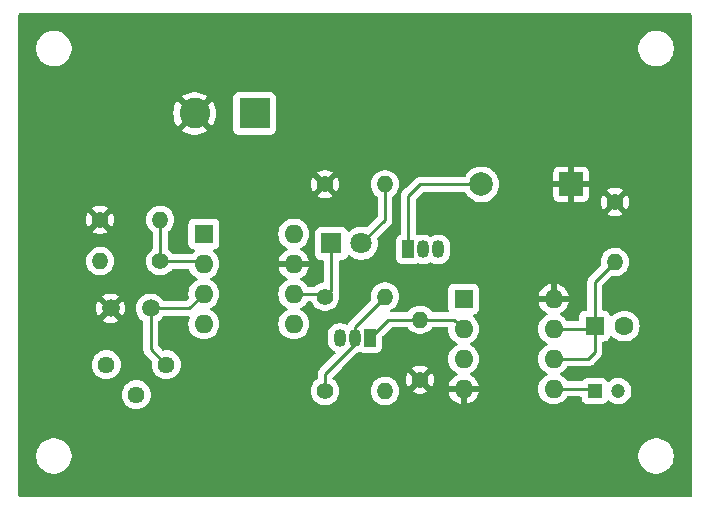
<source format=gbr>
%TF.GenerationSoftware,KiCad,Pcbnew,8.0.5*%
%TF.CreationDate,2025-01-04T17:35:10+03:00*%
%TF.ProjectId,Intruder_Alarm_with_LDR_and_Buzzer,496e7472-7564-4657-925f-416c61726d5f,v01*%
%TF.SameCoordinates,Original*%
%TF.FileFunction,Copper,L1,Top*%
%TF.FilePolarity,Positive*%
%FSLAX46Y46*%
G04 Gerber Fmt 4.6, Leading zero omitted, Abs format (unit mm)*
G04 Created by KiCad (PCBNEW 8.0.5) date 2025-01-04 17:35:10*
%MOMM*%
%LPD*%
G01*
G04 APERTURE LIST*
%TA.AperFunction,ComponentPad*%
%ADD10R,1.050000X1.500000*%
%TD*%
%TA.AperFunction,ComponentPad*%
%ADD11O,1.050000X1.500000*%
%TD*%
%TA.AperFunction,ComponentPad*%
%ADD12R,2.000000X2.000000*%
%TD*%
%TA.AperFunction,ComponentPad*%
%ADD13C,2.000000*%
%TD*%
%TA.AperFunction,ComponentPad*%
%ADD14C,1.400000*%
%TD*%
%TA.AperFunction,ComponentPad*%
%ADD15O,1.400000X1.400000*%
%TD*%
%TA.AperFunction,ComponentPad*%
%ADD16C,1.440000*%
%TD*%
%TA.AperFunction,ComponentPad*%
%ADD17R,2.600000X2.600000*%
%TD*%
%TA.AperFunction,ComponentPad*%
%ADD18C,2.600000*%
%TD*%
%TA.AperFunction,ComponentPad*%
%ADD19R,1.600000X1.600000*%
%TD*%
%TA.AperFunction,ComponentPad*%
%ADD20C,1.600000*%
%TD*%
%TA.AperFunction,ComponentPad*%
%ADD21C,1.500000*%
%TD*%
%TA.AperFunction,ComponentPad*%
%ADD22O,1.600000X1.600000*%
%TD*%
%TA.AperFunction,ComponentPad*%
%ADD23R,1.800000X1.800000*%
%TD*%
%TA.AperFunction,ComponentPad*%
%ADD24C,1.800000*%
%TD*%
%TA.AperFunction,ComponentPad*%
%ADD25R,1.200000X1.200000*%
%TD*%
%TA.AperFunction,ComponentPad*%
%ADD26C,1.200000*%
%TD*%
%TA.AperFunction,Conductor*%
%ADD27C,0.254000*%
%TD*%
G04 APERTURE END LIST*
D10*
%TO.P,Q1,1,C*%
%TO.N,Net-(BZ1--)*%
X159000000Y-74500000D03*
D11*
%TO.P,Q1,2,B*%
%TO.N,Net-(Q1-B)*%
X160270000Y-74500000D03*
%TO.P,Q1,3,E*%
%TO.N,GND*%
X161540000Y-74500000D03*
%TD*%
D12*
%TO.P,Buzzer,1,+*%
%TO.N,VCC*%
X172800000Y-69000000D03*
D13*
%TO.P,Buzzer,2,-*%
%TO.N,Net-(BZ1--)*%
X165200000Y-69000000D03*
%TD*%
D14*
%TO.P,R2,1*%
%TO.N,VCC*%
X132920000Y-72000000D03*
D15*
%TO.P,R2,2*%
%TO.N,Net-(U1--)*%
X138000000Y-72000000D03*
%TD*%
D10*
%TO.P,Q2,1,C*%
%TO.N,Net-(Q2-C)*%
X155770000Y-82000000D03*
D11*
%TO.P,Q2,2,B*%
%TO.N,Net-(Q2-B)*%
X154500000Y-82000000D03*
%TO.P,Q2,3,E*%
%TO.N,GND*%
X153230000Y-82000000D03*
%TD*%
D14*
%TO.P,R4,1*%
%TO.N,VCC*%
X151960000Y-69000000D03*
D15*
%TO.P,R4,2*%
%TO.N,Net-(D2-A)*%
X157040000Y-69000000D03*
%TD*%
D14*
%TO.P,R5,1*%
%TO.N,Net-(D2-K)*%
X151960000Y-78500000D03*
D15*
%TO.P,R5,2*%
%TO.N,Net-(Q2-B)*%
X157040000Y-78500000D03*
%TD*%
D16*
%TO.P,POT,1,1*%
%TO.N,Net-(U1-+)*%
X138525000Y-84275000D03*
%TO.P,POT,2,2*%
%TO.N,GND*%
X135985000Y-86815000D03*
%TO.P,POT,3,3*%
X133445000Y-84275000D03*
%TD*%
D17*
%TO.P,BAT+,1,Pin_1*%
%TO.N,GND*%
X146000000Y-63000000D03*
D18*
%TO.P,BAT+,2,Pin_2*%
%TO.N,VCC*%
X140920000Y-63000000D03*
%TD*%
D14*
%TO.P,R7,1*%
%TO.N,VCC*%
X160000000Y-85540000D03*
D15*
%TO.P,R7,2*%
%TO.N,Net-(Q2-C)*%
X160000000Y-80460000D03*
%TD*%
D19*
%TO.P,C1,1*%
%TO.N,Net-(U2-DIS)*%
X174794888Y-81000000D03*
D20*
%TO.P,C1,2*%
%TO.N,GND*%
X177294888Y-81000000D03*
%TD*%
D21*
%TO.P,LDR,1*%
%TO.N,VCC*%
X133800000Y-79500000D03*
%TO.P,LDR,2*%
%TO.N,Net-(U1-+)*%
X137200000Y-79500000D03*
%TD*%
D14*
%TO.P,R6,1*%
%TO.N,Net-(Q2-B)*%
X151960000Y-86500000D03*
D15*
%TO.P,R6,2*%
%TO.N,GND*%
X157040000Y-86500000D03*
%TD*%
D19*
%TO.P,CA3080,1,NC*%
%TO.N,unconnected-(U1-NC-Pad1)*%
X141700000Y-73200000D03*
D22*
%TO.P,CA3080,2,-*%
%TO.N,Net-(U1--)*%
X141700000Y-75740000D03*
%TO.P,CA3080,3,+*%
%TO.N,Net-(U1-+)*%
X141700000Y-78280000D03*
%TO.P,CA3080,4,V-*%
%TO.N,GND*%
X141700000Y-80820000D03*
%TO.P,CA3080,5,BIAS*%
%TO.N,unconnected-(U1-BIAS-Pad5)*%
X149320000Y-80820000D03*
%TO.P,CA3080,6*%
%TO.N,Net-(D2-K)*%
X149320000Y-78280000D03*
%TO.P,CA3080,7,V+*%
%TO.N,VCC*%
X149320000Y-75740000D03*
%TO.P,CA3080,8,NC*%
%TO.N,unconnected-(U1-NC-Pad8)*%
X149320000Y-73200000D03*
%TD*%
D19*
%TO.P,555,1,GND*%
%TO.N,GND*%
X163700000Y-78700000D03*
D22*
%TO.P,555,2,TR*%
%TO.N,Net-(Q2-C)*%
X163700000Y-81240000D03*
%TO.P,555,3,Q*%
%TO.N,Net-(Q1-B)*%
X163700000Y-83780000D03*
%TO.P,555,4,R*%
%TO.N,VCC*%
X163700000Y-86320000D03*
%TO.P,555,5,CV*%
%TO.N,Net-(U2-CV)*%
X171320000Y-86320000D03*
%TO.P,555,6,THR*%
%TO.N,Net-(U2-DIS)*%
X171320000Y-83780000D03*
%TO.P,555,7,DIS*%
X171320000Y-81240000D03*
%TO.P,555,8,VCC*%
%TO.N,VCC*%
X171320000Y-78700000D03*
%TD*%
D23*
%TO.P,LED,1,K*%
%TO.N,Net-(D2-K)*%
X152500000Y-74000000D03*
D24*
%TO.P,LED,2,A*%
%TO.N,Net-(D2-A)*%
X155040000Y-74000000D03*
%TD*%
D25*
%TO.P,C2,1*%
%TO.N,Net-(U2-CV)*%
X174794888Y-86500000D03*
D26*
%TO.P,C2,2*%
%TO.N,GND*%
X176794888Y-86500000D03*
%TD*%
D14*
%TO.P,R8,1*%
%TO.N,VCC*%
X176500000Y-70500000D03*
D15*
%TO.P,R8,2*%
%TO.N,Net-(U2-DIS)*%
X176500000Y-75580000D03*
%TD*%
D14*
%TO.P,R3,1*%
%TO.N,Net-(U1--)*%
X138000000Y-75500000D03*
D15*
%TO.P,R3,2*%
%TO.N,GND*%
X132920000Y-75500000D03*
%TD*%
D27*
%TO.N,Net-(BZ1--)*%
X159000000Y-70000000D02*
X159000000Y-74500000D01*
X165200000Y-69000000D02*
X160000000Y-69000000D01*
X160000000Y-69000000D02*
X159000000Y-70000000D01*
%TO.N,Net-(U2-DIS)*%
X174794888Y-77285112D02*
X176500000Y-75580000D01*
X171320000Y-83780000D02*
X174220000Y-83780000D01*
X174220000Y-83780000D02*
X174794888Y-83205112D01*
X174794888Y-81000000D02*
X174794888Y-83205112D01*
X171320000Y-81240000D02*
X174554888Y-81240000D01*
X174794888Y-81000000D02*
X174794888Y-77285112D01*
X174554888Y-81240000D02*
X174794888Y-81000000D01*
%TO.N,Net-(U2-CV)*%
X174614888Y-86320000D02*
X174794888Y-86500000D01*
X171320000Y-86320000D02*
X174614888Y-86320000D01*
%TO.N,Net-(D2-K)*%
X152500000Y-77960000D02*
X151960000Y-78500000D01*
X149320000Y-78280000D02*
X151740000Y-78280000D01*
X152500000Y-74000000D02*
X152500000Y-77960000D01*
X151740000Y-78280000D02*
X151960000Y-78500000D01*
%TO.N,Net-(D2-A)*%
X157040000Y-69000000D02*
X157040000Y-72000000D01*
X157040000Y-72000000D02*
X155040000Y-74000000D01*
%TO.N,Net-(Q2-B)*%
X154500000Y-82554000D02*
X151960000Y-85094000D01*
X154500000Y-82000000D02*
X154500000Y-82554000D01*
X151960000Y-85094000D02*
X151960000Y-86500000D01*
X157040000Y-78500000D02*
X154500000Y-81040000D01*
X154500000Y-81040000D02*
X154500000Y-82000000D01*
%TO.N,Net-(Q2-C)*%
X157310000Y-80460000D02*
X155770000Y-82000000D01*
X162920000Y-80460000D02*
X163700000Y-81240000D01*
X160000000Y-80460000D02*
X162920000Y-80460000D01*
X160000000Y-80460000D02*
X157310000Y-80460000D01*
%TO.N,Net-(U1-+)*%
X137200000Y-79500000D02*
X137200000Y-82950000D01*
X140480000Y-79500000D02*
X141700000Y-78280000D01*
X137200000Y-82950000D02*
X138525000Y-84275000D01*
X137200000Y-79500000D02*
X140480000Y-79500000D01*
%TO.N,Net-(U1--)*%
X138000000Y-75500000D02*
X141460000Y-75500000D01*
X138000000Y-72000000D02*
X138000000Y-75500000D01*
X141460000Y-75500000D02*
X141700000Y-75740000D01*
%TD*%
%TA.AperFunction,Conductor*%
%TO.N,VCC*%
G36*
X182942539Y-54520185D02*
G01*
X182988294Y-54572989D01*
X182999500Y-54624500D01*
X182999500Y-95375500D01*
X182979815Y-95442539D01*
X182927011Y-95488294D01*
X182875500Y-95499500D01*
X126124500Y-95499500D01*
X126057461Y-95479815D01*
X126011706Y-95427011D01*
X126000500Y-95375500D01*
X126000500Y-91881902D01*
X127499500Y-91881902D01*
X127499500Y-92118097D01*
X127536446Y-92351368D01*
X127609433Y-92575996D01*
X127716657Y-92786433D01*
X127855483Y-92977510D01*
X128022490Y-93144517D01*
X128213567Y-93283343D01*
X128312991Y-93334002D01*
X128424003Y-93390566D01*
X128424005Y-93390566D01*
X128424008Y-93390568D01*
X128544412Y-93429689D01*
X128648631Y-93463553D01*
X128881903Y-93500500D01*
X128881908Y-93500500D01*
X129118097Y-93500500D01*
X129351368Y-93463553D01*
X129575992Y-93390568D01*
X129786433Y-93283343D01*
X129977510Y-93144517D01*
X130144517Y-92977510D01*
X130283343Y-92786433D01*
X130390568Y-92575992D01*
X130463553Y-92351368D01*
X130500500Y-92118097D01*
X130500500Y-91881902D01*
X178499500Y-91881902D01*
X178499500Y-92118097D01*
X178536446Y-92351368D01*
X178609433Y-92575996D01*
X178716657Y-92786433D01*
X178855483Y-92977510D01*
X179022490Y-93144517D01*
X179213567Y-93283343D01*
X179312991Y-93334002D01*
X179424003Y-93390566D01*
X179424005Y-93390566D01*
X179424008Y-93390568D01*
X179544412Y-93429689D01*
X179648631Y-93463553D01*
X179881903Y-93500500D01*
X179881908Y-93500500D01*
X180118097Y-93500500D01*
X180351368Y-93463553D01*
X180575992Y-93390568D01*
X180786433Y-93283343D01*
X180977510Y-93144517D01*
X181144517Y-92977510D01*
X181283343Y-92786433D01*
X181390568Y-92575992D01*
X181463553Y-92351368D01*
X181500500Y-92118097D01*
X181500500Y-91881902D01*
X181463553Y-91648631D01*
X181390566Y-91424003D01*
X181283342Y-91213566D01*
X181144517Y-91022490D01*
X180977510Y-90855483D01*
X180786433Y-90716657D01*
X180575996Y-90609433D01*
X180351368Y-90536446D01*
X180118097Y-90499500D01*
X180118092Y-90499500D01*
X179881908Y-90499500D01*
X179881903Y-90499500D01*
X179648631Y-90536446D01*
X179424003Y-90609433D01*
X179213566Y-90716657D01*
X179104550Y-90795862D01*
X179022490Y-90855483D01*
X179022488Y-90855485D01*
X179022487Y-90855485D01*
X178855485Y-91022487D01*
X178855485Y-91022488D01*
X178855483Y-91022490D01*
X178795862Y-91104550D01*
X178716657Y-91213566D01*
X178609433Y-91424003D01*
X178536446Y-91648631D01*
X178499500Y-91881902D01*
X130500500Y-91881902D01*
X130463553Y-91648631D01*
X130390566Y-91424003D01*
X130283342Y-91213566D01*
X130144517Y-91022490D01*
X129977510Y-90855483D01*
X129786433Y-90716657D01*
X129575996Y-90609433D01*
X129351368Y-90536446D01*
X129118097Y-90499500D01*
X129118092Y-90499500D01*
X128881908Y-90499500D01*
X128881903Y-90499500D01*
X128648631Y-90536446D01*
X128424003Y-90609433D01*
X128213566Y-90716657D01*
X128104550Y-90795862D01*
X128022490Y-90855483D01*
X128022488Y-90855485D01*
X128022487Y-90855485D01*
X127855485Y-91022487D01*
X127855485Y-91022488D01*
X127855483Y-91022490D01*
X127795862Y-91104550D01*
X127716657Y-91213566D01*
X127609433Y-91424003D01*
X127536446Y-91648631D01*
X127499500Y-91881902D01*
X126000500Y-91881902D01*
X126000500Y-86814998D01*
X134759838Y-86814998D01*
X134759838Y-86815001D01*
X134778450Y-87027741D01*
X134778452Y-87027752D01*
X134833721Y-87234022D01*
X134833723Y-87234026D01*
X134833724Y-87234030D01*
X134860061Y-87290509D01*
X134923977Y-87427578D01*
X135046472Y-87602521D01*
X135197478Y-87753527D01*
X135197481Y-87753529D01*
X135372419Y-87876021D01*
X135372421Y-87876022D01*
X135372420Y-87876022D01*
X135436936Y-87906106D01*
X135565970Y-87966276D01*
X135772253Y-88021549D01*
X135924215Y-88034844D01*
X135984998Y-88040162D01*
X135985000Y-88040162D01*
X135985002Y-88040162D01*
X136038186Y-88035508D01*
X136197747Y-88021549D01*
X136404030Y-87966276D01*
X136597581Y-87876021D01*
X136772519Y-87753529D01*
X136923529Y-87602519D01*
X137046021Y-87427581D01*
X137136276Y-87234030D01*
X137191549Y-87027747D01*
X137210162Y-86815000D01*
X137191549Y-86602253D01*
X137164150Y-86499999D01*
X150754357Y-86499999D01*
X150754357Y-86500000D01*
X150774884Y-86721535D01*
X150774885Y-86721537D01*
X150835769Y-86935523D01*
X150835775Y-86935538D01*
X150934938Y-87134683D01*
X150934943Y-87134691D01*
X151069020Y-87312238D01*
X151233437Y-87462123D01*
X151233439Y-87462125D01*
X151422595Y-87579245D01*
X151422596Y-87579245D01*
X151422599Y-87579247D01*
X151630060Y-87659618D01*
X151848757Y-87700500D01*
X151848759Y-87700500D01*
X152071241Y-87700500D01*
X152071243Y-87700500D01*
X152289940Y-87659618D01*
X152497401Y-87579247D01*
X152686562Y-87462124D01*
X152850981Y-87312236D01*
X152985058Y-87134689D01*
X153084229Y-86935528D01*
X153145115Y-86721536D01*
X153165643Y-86500000D01*
X153165643Y-86499999D01*
X155834357Y-86499999D01*
X155834357Y-86500000D01*
X155854884Y-86721535D01*
X155854885Y-86721537D01*
X155915769Y-86935523D01*
X155915775Y-86935538D01*
X156014938Y-87134683D01*
X156014943Y-87134691D01*
X156149020Y-87312238D01*
X156313437Y-87462123D01*
X156313439Y-87462125D01*
X156502595Y-87579245D01*
X156502596Y-87579245D01*
X156502599Y-87579247D01*
X156710060Y-87659618D01*
X156928757Y-87700500D01*
X156928759Y-87700500D01*
X157151241Y-87700500D01*
X157151243Y-87700500D01*
X157369940Y-87659618D01*
X157577401Y-87579247D01*
X157766562Y-87462124D01*
X157930981Y-87312236D01*
X158065058Y-87134689D01*
X158164229Y-86935528D01*
X158225115Y-86721536D01*
X158241299Y-86546879D01*
X159346672Y-86546879D01*
X159346672Y-86546880D01*
X159462821Y-86618797D01*
X159462822Y-86618798D01*
X159670195Y-86699134D01*
X159888807Y-86740000D01*
X160111193Y-86740000D01*
X160329809Y-86699133D01*
X160537168Y-86618801D01*
X160537181Y-86618795D01*
X160653326Y-86546879D01*
X160000001Y-85893553D01*
X160000000Y-85893553D01*
X159346672Y-86546879D01*
X158241299Y-86546879D01*
X158245643Y-86500000D01*
X158233843Y-86372661D01*
X158225115Y-86278464D01*
X158225114Y-86278462D01*
X158221949Y-86267339D01*
X158164229Y-86064472D01*
X158145810Y-86027481D01*
X158065061Y-85865316D01*
X158065056Y-85865308D01*
X157930979Y-85687761D01*
X157768891Y-85539999D01*
X158794859Y-85539999D01*
X158794859Y-85540000D01*
X158815378Y-85761439D01*
X158876240Y-85975350D01*
X158975369Y-86174428D01*
X158991137Y-86195308D01*
X158991138Y-86195308D01*
X159646447Y-85540000D01*
X159600369Y-85493922D01*
X159650000Y-85493922D01*
X159650000Y-85586078D01*
X159673852Y-85675095D01*
X159719930Y-85754905D01*
X159785095Y-85820070D01*
X159864905Y-85866148D01*
X159953922Y-85890000D01*
X160046078Y-85890000D01*
X160135095Y-85866148D01*
X160214905Y-85820070D01*
X160280070Y-85754905D01*
X160326148Y-85675095D01*
X160350000Y-85586078D01*
X160350000Y-85539999D01*
X160353553Y-85539999D01*
X160353553Y-85540000D01*
X161008861Y-86195308D01*
X161024631Y-86174425D01*
X161024633Y-86174422D01*
X161123759Y-85975350D01*
X161184621Y-85761439D01*
X161205141Y-85540000D01*
X161205141Y-85539999D01*
X161184621Y-85318560D01*
X161123759Y-85104649D01*
X161024635Y-84905580D01*
X161024630Y-84905572D01*
X161008860Y-84884690D01*
X160353553Y-85539999D01*
X160350000Y-85539999D01*
X160350000Y-85493922D01*
X160326148Y-85404905D01*
X160280070Y-85325095D01*
X160214905Y-85259930D01*
X160135095Y-85213852D01*
X160046078Y-85190000D01*
X159953922Y-85190000D01*
X159864905Y-85213852D01*
X159785095Y-85259930D01*
X159719930Y-85325095D01*
X159673852Y-85404905D01*
X159650000Y-85493922D01*
X159600369Y-85493922D01*
X158991138Y-84884691D01*
X158991137Y-84884691D01*
X158975368Y-84905574D01*
X158876240Y-85104649D01*
X158815378Y-85318560D01*
X158794859Y-85539999D01*
X157768891Y-85539999D01*
X157766562Y-85537876D01*
X157766560Y-85537874D01*
X157577404Y-85420754D01*
X157577398Y-85420752D01*
X157369940Y-85340382D01*
X157151243Y-85299500D01*
X156928757Y-85299500D01*
X156710060Y-85340382D01*
X156578864Y-85391207D01*
X156502601Y-85420752D01*
X156502595Y-85420754D01*
X156313439Y-85537874D01*
X156313437Y-85537876D01*
X156149020Y-85687761D01*
X156014943Y-85865308D01*
X156014938Y-85865316D01*
X155915775Y-86064461D01*
X155915769Y-86064476D01*
X155854885Y-86278462D01*
X155854884Y-86278464D01*
X155834357Y-86499999D01*
X153165643Y-86499999D01*
X153153843Y-86372661D01*
X153145115Y-86278464D01*
X153145114Y-86278462D01*
X153141949Y-86267339D01*
X153084229Y-86064472D01*
X153065810Y-86027481D01*
X152985061Y-85865316D01*
X152985056Y-85865308D01*
X152850979Y-85687761D01*
X152686562Y-85537876D01*
X152686561Y-85537875D01*
X152646221Y-85512897D01*
X152599586Y-85460869D01*
X152587500Y-85407471D01*
X152587500Y-85405281D01*
X152607185Y-85338242D01*
X152623819Y-85317600D01*
X153408300Y-84533119D01*
X159346671Y-84533119D01*
X160000000Y-85186447D01*
X160000001Y-85186447D01*
X160653327Y-84533119D01*
X160537178Y-84461202D01*
X160537177Y-84461201D01*
X160329804Y-84380865D01*
X160111193Y-84340000D01*
X159888807Y-84340000D01*
X159670195Y-84380865D01*
X159462824Y-84461200D01*
X159462823Y-84461201D01*
X159346671Y-84533119D01*
X153408300Y-84533119D01*
X153605340Y-84336079D01*
X154686649Y-83254769D01*
X154747970Y-83221286D01*
X154750047Y-83220853D01*
X154799127Y-83211091D01*
X154879798Y-83177674D01*
X154949267Y-83170205D01*
X154994658Y-83189962D01*
X154994886Y-83189546D01*
X154999540Y-83192087D01*
X155001562Y-83192967D01*
X155002669Y-83193796D01*
X155002670Y-83193796D01*
X155002671Y-83193797D01*
X155137517Y-83244091D01*
X155137516Y-83244091D01*
X155144444Y-83244835D01*
X155197127Y-83250500D01*
X156342872Y-83250499D01*
X156402483Y-83244091D01*
X156537331Y-83193796D01*
X156652546Y-83107546D01*
X156738796Y-82992331D01*
X156789091Y-82857483D01*
X156795500Y-82797873D01*
X156795499Y-81913279D01*
X156815183Y-81846241D01*
X156831813Y-81825604D01*
X157533600Y-81123819D01*
X157594923Y-81090334D01*
X157621281Y-81087500D01*
X158907768Y-81087500D01*
X158974807Y-81107185D01*
X159006722Y-81136773D01*
X159109020Y-81272238D01*
X159273437Y-81422123D01*
X159273439Y-81422125D01*
X159462595Y-81539245D01*
X159462596Y-81539245D01*
X159462599Y-81539247D01*
X159670060Y-81619618D01*
X159888757Y-81660500D01*
X159888759Y-81660500D01*
X160111241Y-81660500D01*
X160111243Y-81660500D01*
X160329940Y-81619618D01*
X160537401Y-81539247D01*
X160726562Y-81422124D01*
X160890981Y-81272236D01*
X160993278Y-81136773D01*
X161049387Y-81095137D01*
X161092232Y-81087500D01*
X162272552Y-81087500D01*
X162339591Y-81107185D01*
X162385346Y-81159989D01*
X162396080Y-81222309D01*
X162394532Y-81240000D01*
X162394532Y-81240001D01*
X162414364Y-81466686D01*
X162414366Y-81466697D01*
X162473258Y-81686488D01*
X162473261Y-81686497D01*
X162569431Y-81892732D01*
X162569432Y-81892734D01*
X162699954Y-82079141D01*
X162860858Y-82240045D01*
X162907693Y-82272839D01*
X163047266Y-82370568D01*
X163105275Y-82397618D01*
X163157714Y-82443791D01*
X163176866Y-82510984D01*
X163156650Y-82577865D01*
X163105275Y-82622382D01*
X163047267Y-82649431D01*
X163047265Y-82649432D01*
X162860858Y-82779954D01*
X162699954Y-82940858D01*
X162569432Y-83127265D01*
X162569431Y-83127267D01*
X162473261Y-83333502D01*
X162473258Y-83333511D01*
X162414366Y-83553302D01*
X162414364Y-83553313D01*
X162394532Y-83779998D01*
X162394532Y-83780001D01*
X162414364Y-84006686D01*
X162414366Y-84006697D01*
X162473258Y-84226488D01*
X162473261Y-84226497D01*
X162569431Y-84432732D01*
X162569432Y-84432734D01*
X162699954Y-84619141D01*
X162860858Y-84780045D01*
X162860861Y-84780047D01*
X163047266Y-84910568D01*
X163105865Y-84937893D01*
X163158305Y-84984065D01*
X163177457Y-85051258D01*
X163157242Y-85118139D01*
X163105867Y-85162657D01*
X163047515Y-85189867D01*
X162861179Y-85320342D01*
X162700342Y-85481179D01*
X162569865Y-85667517D01*
X162473734Y-85873673D01*
X162473730Y-85873682D01*
X162421127Y-86069999D01*
X162421128Y-86070000D01*
X163384314Y-86070000D01*
X163379920Y-86074394D01*
X163327259Y-86165606D01*
X163300000Y-86267339D01*
X163300000Y-86372661D01*
X163327259Y-86474394D01*
X163379920Y-86565606D01*
X163384314Y-86570000D01*
X162421128Y-86570000D01*
X162473730Y-86766317D01*
X162473734Y-86766326D01*
X162569865Y-86972482D01*
X162700342Y-87158820D01*
X162861179Y-87319657D01*
X163047517Y-87450134D01*
X163253673Y-87546265D01*
X163253682Y-87546269D01*
X163449999Y-87598872D01*
X163450000Y-87598871D01*
X163450000Y-86635686D01*
X163454394Y-86640080D01*
X163545606Y-86692741D01*
X163647339Y-86720000D01*
X163752661Y-86720000D01*
X163854394Y-86692741D01*
X163945606Y-86640080D01*
X163950000Y-86635686D01*
X163950000Y-87598872D01*
X164146317Y-87546269D01*
X164146326Y-87546265D01*
X164352482Y-87450134D01*
X164538820Y-87319657D01*
X164699657Y-87158820D01*
X164830134Y-86972482D01*
X164926265Y-86766326D01*
X164926269Y-86766317D01*
X164978872Y-86570000D01*
X164015686Y-86570000D01*
X164020080Y-86565606D01*
X164072741Y-86474394D01*
X164100000Y-86372661D01*
X164100000Y-86267339D01*
X164072741Y-86165606D01*
X164020080Y-86074394D01*
X164015686Y-86070000D01*
X164978872Y-86070000D01*
X164978872Y-86069999D01*
X164926269Y-85873682D01*
X164926265Y-85873673D01*
X164830134Y-85667517D01*
X164699657Y-85481179D01*
X164538820Y-85320342D01*
X164352482Y-85189865D01*
X164294133Y-85162657D01*
X164241694Y-85116484D01*
X164222542Y-85049291D01*
X164242758Y-84982410D01*
X164294129Y-84937895D01*
X164352734Y-84910568D01*
X164539139Y-84780047D01*
X164700047Y-84619139D01*
X164830568Y-84432734D01*
X164926739Y-84226496D01*
X164985635Y-84006692D01*
X165005468Y-83780000D01*
X164985635Y-83553308D01*
X164926739Y-83333504D01*
X164830568Y-83127266D01*
X164700047Y-82940861D01*
X164700045Y-82940858D01*
X164539141Y-82779954D01*
X164352734Y-82649432D01*
X164352728Y-82649429D01*
X164294725Y-82622382D01*
X164242285Y-82576210D01*
X164223133Y-82509017D01*
X164243348Y-82442135D01*
X164294725Y-82397618D01*
X164352734Y-82370568D01*
X164539139Y-82240047D01*
X164700047Y-82079139D01*
X164830568Y-81892734D01*
X164926739Y-81686496D01*
X164985635Y-81466692D01*
X165005468Y-81240000D01*
X165005468Y-81239998D01*
X170014532Y-81239998D01*
X170014532Y-81240001D01*
X170034364Y-81466686D01*
X170034366Y-81466697D01*
X170093258Y-81686488D01*
X170093261Y-81686497D01*
X170189431Y-81892732D01*
X170189432Y-81892734D01*
X170319954Y-82079141D01*
X170480858Y-82240045D01*
X170527693Y-82272839D01*
X170667266Y-82370568D01*
X170725275Y-82397618D01*
X170777714Y-82443791D01*
X170796866Y-82510984D01*
X170776650Y-82577865D01*
X170725275Y-82622382D01*
X170667267Y-82649431D01*
X170667265Y-82649432D01*
X170480858Y-82779954D01*
X170319954Y-82940858D01*
X170189432Y-83127265D01*
X170189431Y-83127267D01*
X170093261Y-83333502D01*
X170093258Y-83333511D01*
X170034366Y-83553302D01*
X170034364Y-83553313D01*
X170014532Y-83779998D01*
X170014532Y-83780001D01*
X170034364Y-84006686D01*
X170034366Y-84006697D01*
X170093258Y-84226488D01*
X170093261Y-84226497D01*
X170189431Y-84432732D01*
X170189432Y-84432734D01*
X170319954Y-84619141D01*
X170480858Y-84780045D01*
X170480861Y-84780047D01*
X170667266Y-84910568D01*
X170725275Y-84937618D01*
X170777714Y-84983791D01*
X170796866Y-85050984D01*
X170776650Y-85117865D01*
X170725275Y-85162382D01*
X170667267Y-85189431D01*
X170667265Y-85189432D01*
X170480858Y-85319954D01*
X170319954Y-85480858D01*
X170189432Y-85667265D01*
X170189431Y-85667267D01*
X170093261Y-85873502D01*
X170093258Y-85873511D01*
X170034366Y-86093302D01*
X170034364Y-86093313D01*
X170014532Y-86319998D01*
X170014532Y-86320001D01*
X170034364Y-86546686D01*
X170034366Y-86546697D01*
X170093258Y-86766488D01*
X170093261Y-86766497D01*
X170189431Y-86972732D01*
X170189432Y-86972734D01*
X170319954Y-87159141D01*
X170480858Y-87320045D01*
X170512682Y-87342328D01*
X170667266Y-87450568D01*
X170873504Y-87546739D01*
X171093308Y-87605635D01*
X171255230Y-87619801D01*
X171319998Y-87625468D01*
X171320000Y-87625468D01*
X171320002Y-87625468D01*
X171376673Y-87620509D01*
X171546692Y-87605635D01*
X171766496Y-87546739D01*
X171972734Y-87450568D01*
X172159139Y-87320047D01*
X172320047Y-87159139D01*
X172431212Y-87000376D01*
X172485788Y-86956752D01*
X172532787Y-86947500D01*
X173570389Y-86947500D01*
X173637428Y-86967185D01*
X173683183Y-87019989D01*
X173694389Y-87071500D01*
X173694389Y-87147876D01*
X173700796Y-87207483D01*
X173751090Y-87342328D01*
X173751094Y-87342335D01*
X173837340Y-87457544D01*
X173837343Y-87457547D01*
X173952552Y-87543793D01*
X173952559Y-87543797D01*
X174087405Y-87594091D01*
X174087404Y-87594091D01*
X174094332Y-87594835D01*
X174147015Y-87600500D01*
X175442760Y-87600499D01*
X175502371Y-87594091D01*
X175637219Y-87543796D01*
X175752434Y-87457546D01*
X175838684Y-87342331D01*
X175838685Y-87342326D01*
X175842935Y-87334546D01*
X175845150Y-87335755D01*
X175879018Y-87290509D01*
X175944481Y-87266088D01*
X176012755Y-87280937D01*
X176036872Y-87298135D01*
X176128846Y-87381980D01*
X176128848Y-87381982D01*
X176202489Y-87427578D01*
X176302251Y-87489348D01*
X176492432Y-87563024D01*
X176692912Y-87600500D01*
X176692914Y-87600500D01*
X176896862Y-87600500D01*
X176896864Y-87600500D01*
X177097344Y-87563024D01*
X177287525Y-87489348D01*
X177460929Y-87381981D01*
X177611652Y-87244579D01*
X177734561Y-87081821D01*
X177825470Y-86899250D01*
X177881285Y-86703083D01*
X177900103Y-86500000D01*
X177881285Y-86296917D01*
X177825470Y-86100750D01*
X177821764Y-86093308D01*
X177775263Y-85999920D01*
X177734561Y-85918179D01*
X177611652Y-85755421D01*
X177611650Y-85755418D01*
X177460929Y-85618019D01*
X177460927Y-85618017D01*
X177287530Y-85510655D01*
X177287523Y-85510651D01*
X177159019Y-85460869D01*
X177097344Y-85436976D01*
X176896864Y-85399500D01*
X176692912Y-85399500D01*
X176492432Y-85436976D01*
X176492429Y-85436976D01*
X176492429Y-85436977D01*
X176302252Y-85510651D01*
X176302245Y-85510655D01*
X176128850Y-85618016D01*
X176036872Y-85701865D01*
X175974067Y-85732481D01*
X175904680Y-85724283D01*
X175850741Y-85679873D01*
X175843215Y-85665301D01*
X175842935Y-85665454D01*
X175838681Y-85657664D01*
X175752435Y-85542455D01*
X175752432Y-85542452D01*
X175637223Y-85456206D01*
X175637216Y-85456202D01*
X175502370Y-85405908D01*
X175502371Y-85405908D01*
X175442771Y-85399501D01*
X175442769Y-85399500D01*
X175442761Y-85399500D01*
X175442752Y-85399500D01*
X174147017Y-85399500D01*
X174147011Y-85399501D01*
X174087404Y-85405908D01*
X173952559Y-85456202D01*
X173952552Y-85456206D01*
X173837343Y-85542452D01*
X173837340Y-85542455D01*
X173762214Y-85642811D01*
X173706281Y-85684682D01*
X173662948Y-85692500D01*
X172532787Y-85692500D01*
X172465748Y-85672815D01*
X172431212Y-85639623D01*
X172409385Y-85608451D01*
X172320047Y-85480861D01*
X172320045Y-85480858D01*
X172159141Y-85319954D01*
X171972734Y-85189432D01*
X171972728Y-85189429D01*
X171914725Y-85162382D01*
X171862285Y-85116210D01*
X171843133Y-85049017D01*
X171863348Y-84982135D01*
X171914725Y-84937618D01*
X171972734Y-84910568D01*
X172159139Y-84780047D01*
X172320047Y-84619139D01*
X172431212Y-84460376D01*
X172485788Y-84416752D01*
X172532787Y-84407500D01*
X174281804Y-84407500D01*
X174281805Y-84407499D01*
X174403035Y-84383386D01*
X174483784Y-84349937D01*
X174517233Y-84336083D01*
X174620008Y-84267411D01*
X174707411Y-84180008D01*
X175282299Y-83605120D01*
X175350971Y-83502345D01*
X175398273Y-83388147D01*
X175422388Y-83266916D01*
X175422388Y-83143309D01*
X175422388Y-82424499D01*
X175442073Y-82357460D01*
X175494877Y-82311705D01*
X175546388Y-82300499D01*
X175642759Y-82300499D01*
X175642760Y-82300499D01*
X175702371Y-82294091D01*
X175837219Y-82243796D01*
X175952434Y-82157546D01*
X176038684Y-82042331D01*
X176088979Y-81907483D01*
X176088980Y-81907472D01*
X176090253Y-81902088D01*
X176124821Y-81841369D01*
X176186729Y-81808978D01*
X176256321Y-81815199D01*
X176298613Y-81842912D01*
X176455746Y-82000045D01*
X176455749Y-82000047D01*
X176642154Y-82130568D01*
X176848392Y-82226739D01*
X177068196Y-82285635D01*
X177230118Y-82299801D01*
X177294886Y-82305468D01*
X177294888Y-82305468D01*
X177294890Y-82305468D01*
X177351695Y-82300498D01*
X177521580Y-82285635D01*
X177741384Y-82226739D01*
X177947622Y-82130568D01*
X178134027Y-82000047D01*
X178294935Y-81839139D01*
X178425456Y-81652734D01*
X178521627Y-81446496D01*
X178580523Y-81226692D01*
X178600356Y-81000000D01*
X178580523Y-80773308D01*
X178530630Y-80587102D01*
X178521629Y-80553511D01*
X178521626Y-80553502D01*
X178450448Y-80400861D01*
X178425456Y-80347266D01*
X178300038Y-80168149D01*
X178294933Y-80160858D01*
X178134029Y-79999954D01*
X177947622Y-79869432D01*
X177947620Y-79869431D01*
X177741385Y-79773261D01*
X177741376Y-79773258D01*
X177521585Y-79714366D01*
X177521581Y-79714365D01*
X177521580Y-79714365D01*
X177521579Y-79714364D01*
X177521574Y-79714364D01*
X177294890Y-79694532D01*
X177294886Y-79694532D01*
X177068201Y-79714364D01*
X177068190Y-79714366D01*
X176848399Y-79773258D01*
X176848390Y-79773261D01*
X176642155Y-79869431D01*
X176642153Y-79869432D01*
X176455750Y-79999951D01*
X176298614Y-80157087D01*
X176237291Y-80190571D01*
X176167599Y-80185587D01*
X176111666Y-80143715D01*
X176090257Y-80097923D01*
X176088979Y-80092518D01*
X176038685Y-79957671D01*
X176038681Y-79957664D01*
X175952435Y-79842455D01*
X175952432Y-79842452D01*
X175837223Y-79756206D01*
X175837216Y-79756202D01*
X175702370Y-79705908D01*
X175702371Y-79705908D01*
X175642771Y-79699501D01*
X175642769Y-79699500D01*
X175642761Y-79699500D01*
X175642753Y-79699500D01*
X175546388Y-79699500D01*
X175479349Y-79679815D01*
X175433594Y-79627011D01*
X175422388Y-79575500D01*
X175422388Y-77596392D01*
X175442073Y-77529353D01*
X175458703Y-77508715D01*
X176172490Y-76794927D01*
X176233811Y-76761444D01*
X176282952Y-76760721D01*
X176388757Y-76780500D01*
X176388760Y-76780500D01*
X176611241Y-76780500D01*
X176611243Y-76780500D01*
X176829940Y-76739618D01*
X177037401Y-76659247D01*
X177226562Y-76542124D01*
X177390981Y-76392236D01*
X177525058Y-76214689D01*
X177624229Y-76015528D01*
X177685115Y-75801536D01*
X177705643Y-75580000D01*
X177701386Y-75534064D01*
X177685115Y-75358464D01*
X177685114Y-75358462D01*
X177684835Y-75357483D01*
X177624229Y-75144472D01*
X177623163Y-75142331D01*
X177525061Y-74945316D01*
X177525056Y-74945308D01*
X177390979Y-74767761D01*
X177226562Y-74617876D01*
X177226560Y-74617874D01*
X177037404Y-74500754D01*
X177037398Y-74500752D01*
X177036745Y-74500499D01*
X176829940Y-74420382D01*
X176611243Y-74379500D01*
X176388757Y-74379500D01*
X176170060Y-74420382D01*
X176077345Y-74456300D01*
X175962601Y-74500752D01*
X175962595Y-74500754D01*
X175773439Y-74617874D01*
X175773437Y-74617876D01*
X175609020Y-74767761D01*
X175474943Y-74945308D01*
X175474938Y-74945316D01*
X175375775Y-75144461D01*
X175375769Y-75144476D01*
X175314885Y-75358462D01*
X175314884Y-75358464D01*
X175294357Y-75579999D01*
X175294357Y-75580000D01*
X175315414Y-75807244D01*
X175314276Y-75807349D01*
X175307831Y-75870984D01*
X175280661Y-75911918D01*
X174613761Y-76578820D01*
X174394880Y-76797701D01*
X174307477Y-76885104D01*
X174252931Y-76966739D01*
X174238804Y-76987881D01*
X174224949Y-77021326D01*
X174224950Y-77021327D01*
X174191503Y-77102074D01*
X174191500Y-77102084D01*
X174182082Y-77149433D01*
X174167388Y-77223304D01*
X174167388Y-79575500D01*
X174147703Y-79642539D01*
X174094899Y-79688294D01*
X174043389Y-79699500D01*
X173947018Y-79699500D01*
X173947011Y-79699501D01*
X173887404Y-79705908D01*
X173752559Y-79756202D01*
X173752552Y-79756206D01*
X173637343Y-79842452D01*
X173637340Y-79842455D01*
X173551094Y-79957664D01*
X173551090Y-79957671D01*
X173500796Y-80092517D01*
X173494389Y-80152116D01*
X173494388Y-80152135D01*
X173494388Y-80488500D01*
X173474703Y-80555539D01*
X173421899Y-80601294D01*
X173370388Y-80612500D01*
X172532787Y-80612500D01*
X172465748Y-80592815D01*
X172431212Y-80559623D01*
X172428352Y-80555539D01*
X172320047Y-80400861D01*
X172320045Y-80400858D01*
X172159141Y-80239954D01*
X171972734Y-80109432D01*
X171972732Y-80109431D01*
X171936460Y-80092517D01*
X171914132Y-80082105D01*
X171861694Y-80035934D01*
X171842542Y-79968740D01*
X171862758Y-79901859D01*
X171914134Y-79857341D01*
X171972484Y-79830132D01*
X172158820Y-79699657D01*
X172319657Y-79538820D01*
X172450134Y-79352482D01*
X172546265Y-79146326D01*
X172546269Y-79146317D01*
X172598872Y-78950000D01*
X171635686Y-78950000D01*
X171640080Y-78945606D01*
X171692741Y-78854394D01*
X171720000Y-78752661D01*
X171720000Y-78647339D01*
X171692741Y-78545606D01*
X171640080Y-78454394D01*
X171635686Y-78450000D01*
X172598872Y-78450000D01*
X172598872Y-78449999D01*
X172546269Y-78253682D01*
X172546265Y-78253673D01*
X172450134Y-78047517D01*
X172319657Y-77861179D01*
X172158820Y-77700342D01*
X171972482Y-77569865D01*
X171766328Y-77473734D01*
X171570000Y-77421127D01*
X171570000Y-78384314D01*
X171565606Y-78379920D01*
X171474394Y-78327259D01*
X171372661Y-78300000D01*
X171267339Y-78300000D01*
X171165606Y-78327259D01*
X171074394Y-78379920D01*
X171070000Y-78384314D01*
X171070000Y-77421127D01*
X170873671Y-77473734D01*
X170667517Y-77569865D01*
X170481179Y-77700342D01*
X170320342Y-77861179D01*
X170189865Y-78047517D01*
X170093734Y-78253673D01*
X170093730Y-78253682D01*
X170041127Y-78449999D01*
X170041128Y-78450000D01*
X171004314Y-78450000D01*
X170999920Y-78454394D01*
X170947259Y-78545606D01*
X170920000Y-78647339D01*
X170920000Y-78752661D01*
X170947259Y-78854394D01*
X170999920Y-78945606D01*
X171004314Y-78950000D01*
X170041128Y-78950000D01*
X170093730Y-79146317D01*
X170093734Y-79146326D01*
X170189865Y-79352482D01*
X170320342Y-79538820D01*
X170481179Y-79699657D01*
X170667518Y-79830134D01*
X170667520Y-79830135D01*
X170725865Y-79857342D01*
X170778305Y-79903514D01*
X170797457Y-79970707D01*
X170777242Y-80037589D01*
X170725867Y-80082105D01*
X170703538Y-80092518D01*
X170667264Y-80109433D01*
X170480858Y-80239954D01*
X170319954Y-80400858D01*
X170189432Y-80587265D01*
X170189431Y-80587267D01*
X170093261Y-80793502D01*
X170093258Y-80793511D01*
X170034366Y-81013302D01*
X170034364Y-81013313D01*
X170014532Y-81239998D01*
X165005468Y-81239998D01*
X164985635Y-81013308D01*
X164926739Y-80793504D01*
X164830568Y-80587266D01*
X164700047Y-80400861D01*
X164700045Y-80400858D01*
X164539143Y-80239956D01*
X164514536Y-80222726D01*
X164470912Y-80168149D01*
X164463719Y-80098650D01*
X164495241Y-80036296D01*
X164555471Y-80000882D01*
X164572404Y-79997861D01*
X164607483Y-79994091D01*
X164742331Y-79943796D01*
X164857546Y-79857546D01*
X164943796Y-79742331D01*
X164994091Y-79607483D01*
X165000500Y-79547873D01*
X165000499Y-77852128D01*
X164994091Y-77792517D01*
X164943796Y-77657669D01*
X164943795Y-77657668D01*
X164943793Y-77657664D01*
X164857547Y-77542455D01*
X164857544Y-77542452D01*
X164742335Y-77456206D01*
X164742328Y-77456202D01*
X164607482Y-77405908D01*
X164607483Y-77405908D01*
X164547883Y-77399501D01*
X164547881Y-77399500D01*
X164547873Y-77399500D01*
X164547864Y-77399500D01*
X162852129Y-77399500D01*
X162852123Y-77399501D01*
X162792516Y-77405908D01*
X162657671Y-77456202D01*
X162657664Y-77456206D01*
X162542455Y-77542452D01*
X162542452Y-77542455D01*
X162456206Y-77657664D01*
X162456202Y-77657671D01*
X162405908Y-77792517D01*
X162399501Y-77852116D01*
X162399501Y-77852123D01*
X162399500Y-77852135D01*
X162399500Y-79547870D01*
X162399501Y-79547876D01*
X162405909Y-79607484D01*
X162427423Y-79665168D01*
X162432407Y-79734859D01*
X162398921Y-79796182D01*
X162337598Y-79829667D01*
X162311241Y-79832500D01*
X161092232Y-79832500D01*
X161025193Y-79812815D01*
X160993278Y-79783227D01*
X160890979Y-79647761D01*
X160726562Y-79497876D01*
X160726560Y-79497874D01*
X160537404Y-79380754D01*
X160537398Y-79380752D01*
X160329940Y-79300382D01*
X160111243Y-79259500D01*
X159888757Y-79259500D01*
X159670060Y-79300382D01*
X159553324Y-79345606D01*
X159462601Y-79380752D01*
X159462595Y-79380754D01*
X159273439Y-79497874D01*
X159273437Y-79497876D01*
X159109020Y-79647761D01*
X159006722Y-79783227D01*
X158950613Y-79824863D01*
X158907768Y-79832500D01*
X157587022Y-79832500D01*
X157519983Y-79812815D01*
X157474228Y-79760011D01*
X157464284Y-79690853D01*
X157493309Y-79627297D01*
X157542228Y-79592873D01*
X157577401Y-79579247D01*
X157766562Y-79462124D01*
X157930981Y-79312236D01*
X158065058Y-79134689D01*
X158164229Y-78935528D01*
X158225115Y-78721536D01*
X158245643Y-78500000D01*
X158225115Y-78278464D01*
X158164229Y-78064472D01*
X158164224Y-78064461D01*
X158065061Y-77865316D01*
X158065056Y-77865308D01*
X157930979Y-77687761D01*
X157766562Y-77537876D01*
X157766560Y-77537874D01*
X157577404Y-77420754D01*
X157577398Y-77420752D01*
X157369940Y-77340382D01*
X157151243Y-77299500D01*
X156928757Y-77299500D01*
X156710060Y-77340382D01*
X156578864Y-77391207D01*
X156502601Y-77420752D01*
X156502595Y-77420754D01*
X156313439Y-77537874D01*
X156313437Y-77537876D01*
X156149020Y-77687761D01*
X156014943Y-77865308D01*
X156014938Y-77865316D01*
X155915775Y-78064461D01*
X155915769Y-78064476D01*
X155854885Y-78278462D01*
X155854884Y-78278464D01*
X155834357Y-78499999D01*
X155834357Y-78500000D01*
X155855414Y-78727244D01*
X155854275Y-78727349D01*
X155847832Y-78790979D01*
X155820661Y-78831917D01*
X154383434Y-80269147D01*
X154099992Y-80552589D01*
X154067871Y-80584710D01*
X154012587Y-80639993D01*
X153943920Y-80742760D01*
X153943913Y-80742772D01*
X153937925Y-80757232D01*
X153937924Y-80757235D01*
X153912228Y-80819267D01*
X153868386Y-80873670D01*
X153802091Y-80895733D01*
X153734392Y-80878452D01*
X153728779Y-80874915D01*
X153715756Y-80866214D01*
X153529127Y-80788909D01*
X153529119Y-80788907D01*
X153331007Y-80749500D01*
X153331003Y-80749500D01*
X153128997Y-80749500D01*
X153128992Y-80749500D01*
X152930880Y-80788907D01*
X152930872Y-80788909D01*
X152744247Y-80866212D01*
X152744237Y-80866217D01*
X152576281Y-80978441D01*
X152433441Y-81121281D01*
X152321217Y-81289237D01*
X152321212Y-81289247D01*
X152243909Y-81475872D01*
X152243907Y-81475880D01*
X152204500Y-81673992D01*
X152204500Y-82326007D01*
X152243907Y-82524119D01*
X152243909Y-82524127D01*
X152321212Y-82710752D01*
X152321217Y-82710762D01*
X152433441Y-82878718D01*
X152576281Y-83021558D01*
X152744237Y-83133782D01*
X152744244Y-83133786D01*
X152776826Y-83147282D01*
X152831229Y-83191122D01*
X152853295Y-83257416D01*
X152836016Y-83325115D01*
X152817055Y-83349524D01*
X151830502Y-84336079D01*
X151559992Y-84606589D01*
X151516289Y-84650292D01*
X151472586Y-84693994D01*
X151472585Y-84693996D01*
X151403233Y-84797789D01*
X151401586Y-84802393D01*
X151356615Y-84910962D01*
X151356612Y-84910972D01*
X151343983Y-84974465D01*
X151332500Y-85032192D01*
X151332500Y-85407471D01*
X151312815Y-85474510D01*
X151273779Y-85512897D01*
X151233438Y-85537875D01*
X151233437Y-85537876D01*
X151069020Y-85687761D01*
X150934943Y-85865308D01*
X150934938Y-85865316D01*
X150835775Y-86064461D01*
X150835769Y-86064476D01*
X150774885Y-86278462D01*
X150774884Y-86278464D01*
X150754357Y-86499999D01*
X137164150Y-86499999D01*
X137136276Y-86395970D01*
X137046021Y-86202419D01*
X136923529Y-86027481D01*
X136923527Y-86027478D01*
X136772521Y-85876472D01*
X136597578Y-85753977D01*
X136597579Y-85753977D01*
X136465740Y-85692500D01*
X136404030Y-85663724D01*
X136404026Y-85663723D01*
X136404022Y-85663721D01*
X136197752Y-85608452D01*
X136197748Y-85608451D01*
X136197747Y-85608451D01*
X136197746Y-85608450D01*
X136197741Y-85608450D01*
X135985002Y-85589838D01*
X135984998Y-85589838D01*
X135772258Y-85608450D01*
X135772247Y-85608452D01*
X135565977Y-85663721D01*
X135565968Y-85663725D01*
X135372421Y-85753977D01*
X135197478Y-85876472D01*
X135046472Y-86027478D01*
X134923977Y-86202421D01*
X134833725Y-86395968D01*
X134833721Y-86395977D01*
X134778452Y-86602247D01*
X134778450Y-86602258D01*
X134759838Y-86814998D01*
X126000500Y-86814998D01*
X126000500Y-84274998D01*
X132219838Y-84274998D01*
X132219838Y-84275001D01*
X132238450Y-84487741D01*
X132238452Y-84487752D01*
X132293721Y-84694022D01*
X132293723Y-84694026D01*
X132293724Y-84694030D01*
X132333834Y-84780045D01*
X132383977Y-84887578D01*
X132506472Y-85062521D01*
X132657478Y-85213527D01*
X132657481Y-85213529D01*
X132832419Y-85336021D01*
X132832421Y-85336022D01*
X132832420Y-85336022D01*
X132870801Y-85353919D01*
X133025970Y-85426276D01*
X133232253Y-85481549D01*
X133373677Y-85493922D01*
X133444998Y-85500162D01*
X133445000Y-85500162D01*
X133445002Y-85500162D01*
X133516323Y-85493922D01*
X133657747Y-85481549D01*
X133864030Y-85426276D01*
X134057581Y-85336021D01*
X134232519Y-85213529D01*
X134383529Y-85062519D01*
X134506021Y-84887581D01*
X134596276Y-84694030D01*
X134651549Y-84487747D01*
X134670162Y-84275000D01*
X134651549Y-84062253D01*
X134596276Y-83855970D01*
X134506021Y-83662419D01*
X134383529Y-83487481D01*
X134383527Y-83487478D01*
X134232521Y-83336472D01*
X134077852Y-83228173D01*
X134057581Y-83213979D01*
X134057580Y-83213978D01*
X134057578Y-83213977D01*
X134057579Y-83213977D01*
X133914548Y-83147281D01*
X133864030Y-83123724D01*
X133864026Y-83123723D01*
X133864022Y-83123721D01*
X133657752Y-83068452D01*
X133657748Y-83068451D01*
X133657747Y-83068451D01*
X133657746Y-83068450D01*
X133657741Y-83068450D01*
X133445002Y-83049838D01*
X133444998Y-83049838D01*
X133232258Y-83068450D01*
X133232247Y-83068452D01*
X133025977Y-83123721D01*
X133025968Y-83123725D01*
X132832421Y-83213977D01*
X132657478Y-83336472D01*
X132506472Y-83487478D01*
X132383977Y-83662421D01*
X132293725Y-83855968D01*
X132293721Y-83855977D01*
X132238452Y-84062247D01*
X132238450Y-84062258D01*
X132219838Y-84274998D01*
X126000500Y-84274998D01*
X126000500Y-79499999D01*
X132545225Y-79499999D01*
X132545225Y-79500000D01*
X132564287Y-79717884D01*
X132564289Y-79717894D01*
X132620894Y-79929150D01*
X132620898Y-79929159D01*
X132713333Y-80127387D01*
X132756874Y-80189571D01*
X133400000Y-79546445D01*
X133400000Y-79552661D01*
X133427259Y-79654394D01*
X133479920Y-79745606D01*
X133554394Y-79820080D01*
X133645606Y-79872741D01*
X133747339Y-79900000D01*
X133753553Y-79900000D01*
X133110427Y-80543124D01*
X133172612Y-80586666D01*
X133370840Y-80679101D01*
X133370849Y-80679105D01*
X133582105Y-80735710D01*
X133582115Y-80735712D01*
X133799999Y-80754775D01*
X133800001Y-80754775D01*
X134017884Y-80735712D01*
X134017894Y-80735710D01*
X134229150Y-80679105D01*
X134229164Y-80679100D01*
X134427383Y-80586669D01*
X134427385Y-80586668D01*
X134489571Y-80543124D01*
X133846448Y-79900000D01*
X133852661Y-79900000D01*
X133954394Y-79872741D01*
X134045606Y-79820080D01*
X134120080Y-79745606D01*
X134172741Y-79654394D01*
X134200000Y-79552661D01*
X134200000Y-79546446D01*
X134843124Y-80189570D01*
X134886668Y-80127385D01*
X134886669Y-80127383D01*
X134979100Y-79929164D01*
X134979105Y-79929150D01*
X135035710Y-79717894D01*
X135035712Y-79717884D01*
X135054775Y-79500000D01*
X135054775Y-79499999D01*
X135054775Y-79499997D01*
X135944723Y-79499997D01*
X135944723Y-79500002D01*
X135947294Y-79529387D01*
X135963526Y-79714929D01*
X135963793Y-79717975D01*
X135963793Y-79717979D01*
X136020422Y-79929322D01*
X136020424Y-79929326D01*
X136020425Y-79929330D01*
X136050624Y-79994091D01*
X136112897Y-80127638D01*
X136126584Y-80147185D01*
X136238402Y-80306877D01*
X136393123Y-80461598D01*
X136519625Y-80550176D01*
X136563248Y-80604751D01*
X136572500Y-80651749D01*
X136572500Y-83011807D01*
X136596612Y-83133028D01*
X136596614Y-83133035D01*
X136621783Y-83193796D01*
X136632982Y-83220834D01*
X136642615Y-83244091D01*
X136643917Y-83247233D01*
X136646100Y-83250500D01*
X136657068Y-83266915D01*
X136657070Y-83266917D01*
X136712590Y-83350010D01*
X136712591Y-83350011D01*
X137290309Y-83927728D01*
X137323794Y-83989051D01*
X137322404Y-84047499D01*
X137318452Y-84062248D01*
X137318450Y-84062258D01*
X137299838Y-84274998D01*
X137299838Y-84275001D01*
X137318450Y-84487741D01*
X137318452Y-84487752D01*
X137373721Y-84694022D01*
X137373723Y-84694026D01*
X137373724Y-84694030D01*
X137413834Y-84780045D01*
X137463977Y-84887578D01*
X137586472Y-85062521D01*
X137737478Y-85213527D01*
X137737481Y-85213529D01*
X137912419Y-85336021D01*
X137912421Y-85336022D01*
X137912420Y-85336022D01*
X137950801Y-85353919D01*
X138105970Y-85426276D01*
X138312253Y-85481549D01*
X138453677Y-85493922D01*
X138524998Y-85500162D01*
X138525000Y-85500162D01*
X138525002Y-85500162D01*
X138596323Y-85493922D01*
X138737747Y-85481549D01*
X138944030Y-85426276D01*
X139137581Y-85336021D01*
X139312519Y-85213529D01*
X139463529Y-85062519D01*
X139586021Y-84887581D01*
X139676276Y-84694030D01*
X139731549Y-84487747D01*
X139750162Y-84275000D01*
X139731549Y-84062253D01*
X139676276Y-83855970D01*
X139586021Y-83662419D01*
X139463529Y-83487481D01*
X139463527Y-83487478D01*
X139312521Y-83336472D01*
X139157852Y-83228173D01*
X139137581Y-83213979D01*
X139137580Y-83213978D01*
X139137578Y-83213977D01*
X139137579Y-83213977D01*
X138994548Y-83147281D01*
X138944030Y-83123724D01*
X138944026Y-83123723D01*
X138944022Y-83123721D01*
X138737752Y-83068452D01*
X138737748Y-83068451D01*
X138737747Y-83068451D01*
X138737746Y-83068450D01*
X138737741Y-83068450D01*
X138525002Y-83049838D01*
X138524998Y-83049838D01*
X138312258Y-83068450D01*
X138312248Y-83068452D01*
X138297499Y-83072404D01*
X138227649Y-83070739D01*
X138177728Y-83040309D01*
X137863819Y-82726400D01*
X137830334Y-82665077D01*
X137827500Y-82638719D01*
X137827500Y-80651749D01*
X137847185Y-80584710D01*
X137880372Y-80550177D01*
X138006877Y-80461598D01*
X138161598Y-80306877D01*
X138250176Y-80180374D01*
X138304751Y-80136752D01*
X138351749Y-80127500D01*
X140393334Y-80127500D01*
X140460373Y-80147185D01*
X140506128Y-80199989D01*
X140516072Y-80269147D01*
X140505716Y-80303905D01*
X140473261Y-80373502D01*
X140473258Y-80373511D01*
X140414366Y-80593302D01*
X140414364Y-80593313D01*
X140394532Y-80819998D01*
X140394532Y-80820001D01*
X140414364Y-81046686D01*
X140414366Y-81046697D01*
X140473258Y-81266488D01*
X140473261Y-81266497D01*
X140569431Y-81472732D01*
X140569432Y-81472734D01*
X140699954Y-81659141D01*
X140860858Y-81820045D01*
X140860861Y-81820047D01*
X141047266Y-81950568D01*
X141253504Y-82046739D01*
X141473308Y-82105635D01*
X141635230Y-82119801D01*
X141699998Y-82125468D01*
X141700000Y-82125468D01*
X141700002Y-82125468D01*
X141756673Y-82120509D01*
X141926692Y-82105635D01*
X142146496Y-82046739D01*
X142352734Y-81950568D01*
X142539139Y-81820047D01*
X142700047Y-81659139D01*
X142830568Y-81472734D01*
X142926739Y-81266496D01*
X142985635Y-81046692D01*
X143005468Y-80820000D01*
X142985635Y-80593308D01*
X142934069Y-80400861D01*
X142926741Y-80373511D01*
X142926738Y-80373502D01*
X142864463Y-80239954D01*
X142830568Y-80167266D01*
X142700047Y-79980861D01*
X142700045Y-79980858D01*
X142539141Y-79819954D01*
X142352734Y-79689432D01*
X142352728Y-79689429D01*
X142294725Y-79662382D01*
X142242285Y-79616210D01*
X142223133Y-79549017D01*
X142243348Y-79482135D01*
X142294725Y-79437618D01*
X142352734Y-79410568D01*
X142539139Y-79280047D01*
X142700047Y-79119139D01*
X142830568Y-78932734D01*
X142926739Y-78726496D01*
X142985635Y-78506692D01*
X143005468Y-78280000D01*
X143005333Y-78278462D01*
X142992906Y-78136421D01*
X142985635Y-78053308D01*
X142935261Y-77865308D01*
X142926741Y-77833511D01*
X142926738Y-77833502D01*
X142844743Y-77657664D01*
X142830568Y-77627266D01*
X142700047Y-77440861D01*
X142700045Y-77440858D01*
X142539141Y-77279954D01*
X142352734Y-77149432D01*
X142352728Y-77149429D01*
X142294725Y-77122382D01*
X142242285Y-77076210D01*
X142223133Y-77009017D01*
X142243348Y-76942135D01*
X142294725Y-76897618D01*
X142295319Y-76897341D01*
X142352734Y-76870568D01*
X142539139Y-76740047D01*
X142700047Y-76579139D01*
X142830568Y-76392734D01*
X142926739Y-76186496D01*
X142985635Y-75966692D01*
X143004549Y-75750500D01*
X143005468Y-75740001D01*
X143005468Y-75739998D01*
X142997651Y-75650652D01*
X142985635Y-75513308D01*
X142939198Y-75340000D01*
X142926741Y-75293511D01*
X142926738Y-75293502D01*
X142909970Y-75257544D01*
X142830568Y-75087266D01*
X142700047Y-74900861D01*
X142700045Y-74900858D01*
X142539143Y-74739956D01*
X142539137Y-74739952D01*
X142514535Y-74722725D01*
X142470912Y-74668149D01*
X142463719Y-74598650D01*
X142495241Y-74536296D01*
X142555471Y-74500882D01*
X142572404Y-74497861D01*
X142607483Y-74494091D01*
X142742331Y-74443796D01*
X142857546Y-74357546D01*
X142943796Y-74242331D01*
X142994091Y-74107483D01*
X143000500Y-74047873D01*
X143000499Y-73199998D01*
X148014532Y-73199998D01*
X148014532Y-73200000D01*
X148034364Y-73426686D01*
X148034366Y-73426697D01*
X148093258Y-73646488D01*
X148093261Y-73646497D01*
X148189431Y-73852732D01*
X148189432Y-73852734D01*
X148319954Y-74039141D01*
X148480858Y-74200045D01*
X148480861Y-74200047D01*
X148667266Y-74330568D01*
X148725865Y-74357893D01*
X148778305Y-74404065D01*
X148797457Y-74471258D01*
X148777242Y-74538139D01*
X148725867Y-74582657D01*
X148667515Y-74609867D01*
X148481179Y-74740342D01*
X148320342Y-74901179D01*
X148189865Y-75087517D01*
X148093734Y-75293673D01*
X148093730Y-75293682D01*
X148041127Y-75489999D01*
X148041128Y-75490000D01*
X149004314Y-75490000D01*
X148999920Y-75494394D01*
X148947259Y-75585606D01*
X148920000Y-75687339D01*
X148920000Y-75792661D01*
X148947259Y-75894394D01*
X148999920Y-75985606D01*
X149004314Y-75990000D01*
X148041128Y-75990000D01*
X148093730Y-76186317D01*
X148093734Y-76186326D01*
X148189865Y-76392482D01*
X148320342Y-76578820D01*
X148481179Y-76739657D01*
X148667518Y-76870134D01*
X148667520Y-76870135D01*
X148725865Y-76897342D01*
X148778305Y-76943514D01*
X148797457Y-77010707D01*
X148777242Y-77077589D01*
X148725867Y-77122105D01*
X148667268Y-77149431D01*
X148667264Y-77149433D01*
X148480858Y-77279954D01*
X148319954Y-77440858D01*
X148189432Y-77627265D01*
X148189431Y-77627267D01*
X148093261Y-77833502D01*
X148093258Y-77833511D01*
X148034366Y-78053302D01*
X148034364Y-78053313D01*
X148014532Y-78279998D01*
X148014532Y-78280001D01*
X148034364Y-78506686D01*
X148034366Y-78506697D01*
X148093258Y-78726488D01*
X148093261Y-78726497D01*
X148189431Y-78932732D01*
X148189432Y-78932734D01*
X148319954Y-79119141D01*
X148480858Y-79280045D01*
X148480861Y-79280047D01*
X148667266Y-79410568D01*
X148725275Y-79437618D01*
X148777714Y-79483791D01*
X148796866Y-79550984D01*
X148776650Y-79617865D01*
X148725275Y-79662382D01*
X148667267Y-79689431D01*
X148667265Y-79689432D01*
X148480858Y-79819954D01*
X148319954Y-79980858D01*
X148189432Y-80167265D01*
X148189431Y-80167267D01*
X148093261Y-80373502D01*
X148093258Y-80373511D01*
X148034366Y-80593302D01*
X148034364Y-80593313D01*
X148014532Y-80819998D01*
X148014532Y-80820001D01*
X148034364Y-81046686D01*
X148034366Y-81046697D01*
X148093258Y-81266488D01*
X148093261Y-81266497D01*
X148189431Y-81472732D01*
X148189432Y-81472734D01*
X148319954Y-81659141D01*
X148480858Y-81820045D01*
X148480861Y-81820047D01*
X148667266Y-81950568D01*
X148873504Y-82046739D01*
X149093308Y-82105635D01*
X149255230Y-82119801D01*
X149319998Y-82125468D01*
X149320000Y-82125468D01*
X149320002Y-82125468D01*
X149376673Y-82120509D01*
X149546692Y-82105635D01*
X149766496Y-82046739D01*
X149972734Y-81950568D01*
X150159139Y-81820047D01*
X150320047Y-81659139D01*
X150450568Y-81472734D01*
X150546739Y-81266496D01*
X150605635Y-81046692D01*
X150625468Y-80820000D01*
X150605635Y-80593308D01*
X150554069Y-80400861D01*
X150546741Y-80373511D01*
X150546738Y-80373502D01*
X150484463Y-80239954D01*
X150450568Y-80167266D01*
X150320047Y-79980861D01*
X150320045Y-79980858D01*
X150159141Y-79819954D01*
X149972734Y-79689432D01*
X149972728Y-79689429D01*
X149914725Y-79662382D01*
X149862285Y-79616210D01*
X149843133Y-79549017D01*
X149863348Y-79482135D01*
X149914725Y-79437618D01*
X149972734Y-79410568D01*
X150159139Y-79280047D01*
X150320047Y-79119139D01*
X150431212Y-78960376D01*
X150485788Y-78916752D01*
X150532787Y-78907500D01*
X150745038Y-78907500D01*
X150812077Y-78927185D01*
X150856038Y-78976229D01*
X150934936Y-79134679D01*
X150934943Y-79134691D01*
X151069020Y-79312238D01*
X151233437Y-79462123D01*
X151233439Y-79462125D01*
X151422595Y-79579245D01*
X151422596Y-79579245D01*
X151422599Y-79579247D01*
X151630060Y-79659618D01*
X151848757Y-79700500D01*
X151848759Y-79700500D01*
X152071241Y-79700500D01*
X152071243Y-79700500D01*
X152289940Y-79659618D01*
X152497401Y-79579247D01*
X152686562Y-79462124D01*
X152850981Y-79312236D01*
X152985058Y-79134689D01*
X153084229Y-78935528D01*
X153145115Y-78721536D01*
X153165643Y-78500000D01*
X153145115Y-78278464D01*
X153112887Y-78165198D01*
X153110537Y-78107076D01*
X153127500Y-78021803D01*
X153127500Y-77898197D01*
X153127500Y-75524499D01*
X153147185Y-75457460D01*
X153199989Y-75411705D01*
X153251500Y-75400499D01*
X153447871Y-75400499D01*
X153447872Y-75400499D01*
X153507483Y-75394091D01*
X153642331Y-75343796D01*
X153757546Y-75257546D01*
X153843796Y-75142331D01*
X153843798Y-75142326D01*
X153872455Y-75065493D01*
X153914326Y-75009559D01*
X153979790Y-74985141D01*
X154048063Y-74999992D01*
X154079866Y-75024843D01*
X154087302Y-75032920D01*
X154088215Y-75033912D01*
X154088222Y-75033918D01*
X154271365Y-75176464D01*
X154271371Y-75176468D01*
X154271374Y-75176470D01*
X154475497Y-75286936D01*
X154589487Y-75326068D01*
X154695015Y-75362297D01*
X154695017Y-75362297D01*
X154695019Y-75362298D01*
X154923951Y-75400500D01*
X154923952Y-75400500D01*
X155156048Y-75400500D01*
X155156049Y-75400500D01*
X155384981Y-75362298D01*
X155604503Y-75286936D01*
X155808626Y-75176470D01*
X155991784Y-75033913D01*
X156148979Y-74863153D01*
X156275924Y-74668849D01*
X156369157Y-74456300D01*
X156426134Y-74231305D01*
X156428724Y-74200047D01*
X156445300Y-74000006D01*
X156445300Y-73999993D01*
X156426135Y-73768702D01*
X156426134Y-73768699D01*
X156426134Y-73768695D01*
X156409278Y-73702135D01*
X157974500Y-73702135D01*
X157974500Y-75297870D01*
X157974501Y-75297876D01*
X157980908Y-75357483D01*
X158031202Y-75492328D01*
X158031206Y-75492335D01*
X158117452Y-75607544D01*
X158117455Y-75607547D01*
X158232664Y-75693793D01*
X158232671Y-75693797D01*
X158367517Y-75744091D01*
X158367516Y-75744091D01*
X158374444Y-75744835D01*
X158427127Y-75750500D01*
X159572872Y-75750499D01*
X159632483Y-75744091D01*
X159767331Y-75693796D01*
X159768430Y-75692972D01*
X159769717Y-75692492D01*
X159775112Y-75689547D01*
X159775535Y-75690322D01*
X159833887Y-75668552D01*
X159890198Y-75677673D01*
X159970873Y-75711091D01*
X160116210Y-75740000D01*
X160168992Y-75750499D01*
X160168996Y-75750500D01*
X160168997Y-75750500D01*
X160371004Y-75750500D01*
X160371005Y-75750499D01*
X160569127Y-75711091D01*
X160755756Y-75633786D01*
X160836110Y-75580094D01*
X160902786Y-75559217D01*
X160970166Y-75577701D01*
X160973865Y-75580078D01*
X161054244Y-75633786D01*
X161240873Y-75711091D01*
X161386210Y-75740000D01*
X161438992Y-75750499D01*
X161438996Y-75750500D01*
X161438997Y-75750500D01*
X161641004Y-75750500D01*
X161641005Y-75750499D01*
X161839127Y-75711091D01*
X162025756Y-75633786D01*
X162193718Y-75521558D01*
X162336558Y-75378718D01*
X162448786Y-75210756D01*
X162526091Y-75024127D01*
X162565500Y-74826003D01*
X162565500Y-74173997D01*
X162526091Y-73975873D01*
X162448786Y-73789244D01*
X162448784Y-73789241D01*
X162448782Y-73789237D01*
X162336558Y-73621281D01*
X162193718Y-73478441D01*
X162025762Y-73366217D01*
X162025752Y-73366212D01*
X161839127Y-73288909D01*
X161839119Y-73288907D01*
X161641007Y-73249500D01*
X161641003Y-73249500D01*
X161438997Y-73249500D01*
X161438992Y-73249500D01*
X161240880Y-73288907D01*
X161240872Y-73288909D01*
X161054244Y-73366213D01*
X160973891Y-73419904D01*
X160907213Y-73440782D01*
X160839833Y-73422297D01*
X160836109Y-73419904D01*
X160755755Y-73366213D01*
X160569127Y-73288909D01*
X160569119Y-73288907D01*
X160371007Y-73249500D01*
X160371003Y-73249500D01*
X160168997Y-73249500D01*
X160168992Y-73249500D01*
X159970880Y-73288907D01*
X159970868Y-73288910D01*
X159890198Y-73322325D01*
X159820729Y-73329794D01*
X159775342Y-73310036D01*
X159775114Y-73310454D01*
X159770447Y-73307905D01*
X159768432Y-73307028D01*
X159767331Y-73306204D01*
X159767330Y-73306203D01*
X159767328Y-73306202D01*
X159708167Y-73284137D01*
X159652233Y-73242266D01*
X159627816Y-73176802D01*
X159627500Y-73167955D01*
X159627500Y-71506879D01*
X175846672Y-71506879D01*
X175846672Y-71506880D01*
X175962821Y-71578797D01*
X175962822Y-71578798D01*
X176170195Y-71659134D01*
X176388807Y-71700000D01*
X176611193Y-71700000D01*
X176829809Y-71659133D01*
X177037168Y-71578801D01*
X177037181Y-71578795D01*
X177153326Y-71506879D01*
X176500001Y-70853553D01*
X176500000Y-70853553D01*
X175846672Y-71506879D01*
X159627500Y-71506879D01*
X159627500Y-70311281D01*
X159647185Y-70244242D01*
X159663819Y-70223600D01*
X160223600Y-69663819D01*
X160284923Y-69630334D01*
X160311281Y-69627500D01*
X163755728Y-69627500D01*
X163822767Y-69647185D01*
X163868522Y-69699989D01*
X163869269Y-69701656D01*
X163869757Y-69702769D01*
X163875827Y-69716607D01*
X164011833Y-69924782D01*
X164044245Y-69959991D01*
X164180256Y-70107738D01*
X164376491Y-70260474D01*
X164376493Y-70260475D01*
X164569462Y-70364905D01*
X164595190Y-70378828D01*
X164830386Y-70459571D01*
X165075665Y-70500500D01*
X165324335Y-70500500D01*
X165569614Y-70459571D01*
X165804810Y-70378828D01*
X166023509Y-70260474D01*
X166219744Y-70107738D01*
X166388164Y-69924785D01*
X166524173Y-69716607D01*
X166624063Y-69488881D01*
X166685108Y-69247821D01*
X166687294Y-69221439D01*
X166705643Y-69000005D01*
X166705643Y-68999994D01*
X166685109Y-68752187D01*
X166685107Y-68752175D01*
X166624063Y-68511118D01*
X166524173Y-68283393D01*
X166388166Y-68075217D01*
X166312589Y-67993119D01*
X166274879Y-67952155D01*
X171300000Y-67952155D01*
X171300000Y-68750000D01*
X172366988Y-68750000D01*
X172334075Y-68807007D01*
X172300000Y-68934174D01*
X172300000Y-69065826D01*
X172334075Y-69192993D01*
X172366988Y-69250000D01*
X171300000Y-69250000D01*
X171300000Y-70047844D01*
X171306401Y-70107372D01*
X171306403Y-70107379D01*
X171356645Y-70242086D01*
X171356649Y-70242093D01*
X171442809Y-70357187D01*
X171442812Y-70357190D01*
X171557906Y-70443350D01*
X171557913Y-70443354D01*
X171692620Y-70493596D01*
X171692627Y-70493598D01*
X171752155Y-70499999D01*
X171752172Y-70500000D01*
X172550000Y-70500000D01*
X172550000Y-69433012D01*
X172607007Y-69465925D01*
X172734174Y-69500000D01*
X172865826Y-69500000D01*
X172992993Y-69465925D01*
X173050000Y-69433012D01*
X173050000Y-70500000D01*
X173847828Y-70500000D01*
X173847844Y-70499999D01*
X175294859Y-70499999D01*
X175294859Y-70500000D01*
X175315378Y-70721439D01*
X175376240Y-70935350D01*
X175475369Y-71134428D01*
X175491137Y-71155308D01*
X175491138Y-71155308D01*
X176146447Y-70500000D01*
X176100369Y-70453922D01*
X176150000Y-70453922D01*
X176150000Y-70546078D01*
X176173852Y-70635095D01*
X176219930Y-70714905D01*
X176285095Y-70780070D01*
X176364905Y-70826148D01*
X176453922Y-70850000D01*
X176546078Y-70850000D01*
X176635095Y-70826148D01*
X176714905Y-70780070D01*
X176780070Y-70714905D01*
X176826148Y-70635095D01*
X176850000Y-70546078D01*
X176850000Y-70499999D01*
X176853553Y-70499999D01*
X176853553Y-70500000D01*
X177508861Y-71155308D01*
X177524631Y-71134425D01*
X177524633Y-71134422D01*
X177623759Y-70935350D01*
X177684621Y-70721439D01*
X177705141Y-70500000D01*
X177705141Y-70499999D01*
X177684621Y-70278560D01*
X177623759Y-70064649D01*
X177524635Y-69865580D01*
X177524630Y-69865572D01*
X177508860Y-69844690D01*
X176853553Y-70499999D01*
X176850000Y-70499999D01*
X176850000Y-70453922D01*
X176826148Y-70364905D01*
X176780070Y-70285095D01*
X176714905Y-70219930D01*
X176635095Y-70173852D01*
X176546078Y-70150000D01*
X176453922Y-70150000D01*
X176364905Y-70173852D01*
X176285095Y-70219930D01*
X176219930Y-70285095D01*
X176173852Y-70364905D01*
X176150000Y-70453922D01*
X176100369Y-70453922D01*
X175491138Y-69844691D01*
X175491137Y-69844691D01*
X175475368Y-69865574D01*
X175376240Y-70064649D01*
X175315378Y-70278560D01*
X175294859Y-70499999D01*
X173847844Y-70499999D01*
X173907372Y-70493598D01*
X173907379Y-70493596D01*
X174042086Y-70443354D01*
X174042093Y-70443350D01*
X174157187Y-70357190D01*
X174157190Y-70357187D01*
X174243350Y-70242093D01*
X174243354Y-70242086D01*
X174293596Y-70107379D01*
X174293598Y-70107372D01*
X174299999Y-70047844D01*
X174300000Y-70047827D01*
X174300000Y-69493119D01*
X175846671Y-69493119D01*
X176500000Y-70146447D01*
X176500001Y-70146447D01*
X177153327Y-69493119D01*
X177037178Y-69421202D01*
X177037177Y-69421201D01*
X176829804Y-69340865D01*
X176611193Y-69300000D01*
X176388807Y-69300000D01*
X176170195Y-69340865D01*
X175962824Y-69421200D01*
X175962823Y-69421201D01*
X175846671Y-69493119D01*
X174300000Y-69493119D01*
X174300000Y-69250000D01*
X173233012Y-69250000D01*
X173265925Y-69192993D01*
X173300000Y-69065826D01*
X173300000Y-68934174D01*
X173265925Y-68807007D01*
X173233012Y-68750000D01*
X174300000Y-68750000D01*
X174300000Y-67952172D01*
X174299999Y-67952155D01*
X174293598Y-67892627D01*
X174293596Y-67892620D01*
X174243354Y-67757913D01*
X174243350Y-67757906D01*
X174157190Y-67642812D01*
X174157187Y-67642809D01*
X174042093Y-67556649D01*
X174042086Y-67556645D01*
X173907379Y-67506403D01*
X173907372Y-67506401D01*
X173847844Y-67500000D01*
X173050000Y-67500000D01*
X173050000Y-68566988D01*
X172992993Y-68534075D01*
X172865826Y-68500000D01*
X172734174Y-68500000D01*
X172607007Y-68534075D01*
X172550000Y-68566988D01*
X172550000Y-67500000D01*
X171752155Y-67500000D01*
X171692627Y-67506401D01*
X171692620Y-67506403D01*
X171557913Y-67556645D01*
X171557906Y-67556649D01*
X171442812Y-67642809D01*
X171442809Y-67642812D01*
X171356649Y-67757906D01*
X171356645Y-67757913D01*
X171306403Y-67892620D01*
X171306401Y-67892627D01*
X171300000Y-67952155D01*
X166274879Y-67952155D01*
X166219744Y-67892262D01*
X166023509Y-67739526D01*
X166023507Y-67739525D01*
X166023506Y-67739524D01*
X165804811Y-67621172D01*
X165804802Y-67621169D01*
X165569616Y-67540429D01*
X165324335Y-67499500D01*
X165075665Y-67499500D01*
X164830383Y-67540429D01*
X164595197Y-67621169D01*
X164595188Y-67621172D01*
X164376493Y-67739524D01*
X164180257Y-67892261D01*
X164180256Y-67892262D01*
X164179920Y-67892627D01*
X164011833Y-68075217D01*
X163875827Y-68283392D01*
X163869285Y-68298308D01*
X163824330Y-68351795D01*
X163757594Y-68372486D01*
X163755728Y-68372500D01*
X159938192Y-68372500D01*
X159816973Y-68396611D01*
X159816973Y-68396612D01*
X159816970Y-68396613D01*
X159816966Y-68396614D01*
X159750070Y-68424323D01*
X159750068Y-68424323D01*
X159702768Y-68443916D01*
X159702764Y-68443918D01*
X159602191Y-68511119D01*
X159602189Y-68511121D01*
X159599990Y-68512589D01*
X159599988Y-68512591D01*
X158832511Y-69280070D01*
X158599992Y-69512589D01*
X158512589Y-69599992D01*
X158444636Y-69701692D01*
X158443916Y-69702769D01*
X158430061Y-69736214D01*
X158430062Y-69736215D01*
X158396614Y-69816965D01*
X158389944Y-69850500D01*
X158389944Y-69850502D01*
X158389943Y-69850502D01*
X158372500Y-69938192D01*
X158372500Y-73167955D01*
X158352815Y-73234994D01*
X158300011Y-73280749D01*
X158291833Y-73284137D01*
X158232671Y-73306202D01*
X158232664Y-73306206D01*
X158117455Y-73392452D01*
X158117452Y-73392455D01*
X158031206Y-73507664D01*
X158031202Y-73507671D01*
X157980908Y-73642517D01*
X157974501Y-73702116D01*
X157974500Y-73702135D01*
X156409278Y-73702135D01*
X156389395Y-73623618D01*
X156392020Y-73553798D01*
X156421918Y-73505499D01*
X157527411Y-72400008D01*
X157594568Y-72299500D01*
X157596083Y-72297233D01*
X157643385Y-72183035D01*
X157652921Y-72135095D01*
X157667500Y-72061805D01*
X157667500Y-70092527D01*
X157687185Y-70025488D01*
X157726221Y-69987101D01*
X157766562Y-69962124D01*
X157889005Y-69850502D01*
X157930979Y-69812238D01*
X158003197Y-69716607D01*
X158065058Y-69634689D01*
X158164229Y-69435528D01*
X158225115Y-69221536D01*
X158245643Y-69000000D01*
X158245642Y-68999994D01*
X158225115Y-68778464D01*
X158225114Y-68778462D01*
X158217638Y-68752187D01*
X158164229Y-68564472D01*
X158149093Y-68534075D01*
X158065061Y-68365316D01*
X158065056Y-68365308D01*
X157930979Y-68187761D01*
X157766562Y-68037876D01*
X157766560Y-68037874D01*
X157577404Y-67920754D01*
X157577398Y-67920752D01*
X157369940Y-67840382D01*
X157151243Y-67799500D01*
X156928757Y-67799500D01*
X156710060Y-67840382D01*
X156578864Y-67891207D01*
X156502601Y-67920752D01*
X156502595Y-67920754D01*
X156313439Y-68037874D01*
X156313437Y-68037876D01*
X156149020Y-68187761D01*
X156014943Y-68365308D01*
X156014938Y-68365316D01*
X155915775Y-68564461D01*
X155915769Y-68564476D01*
X155854885Y-68778462D01*
X155854884Y-68778464D01*
X155834357Y-68999999D01*
X155834357Y-69000000D01*
X155854884Y-69221535D01*
X155854885Y-69221537D01*
X155915769Y-69435523D01*
X155915775Y-69435538D01*
X156014938Y-69634683D01*
X156014943Y-69634691D01*
X156149020Y-69812238D01*
X156313433Y-69962120D01*
X156313435Y-69962121D01*
X156313438Y-69962124D01*
X156353777Y-69987101D01*
X156400412Y-70039127D01*
X156412500Y-70092527D01*
X156412500Y-71688718D01*
X156392815Y-71755757D01*
X156376181Y-71776399D01*
X155536414Y-72616165D01*
X155475091Y-72649650D01*
X155408471Y-72645766D01*
X155384980Y-72637701D01*
X155194250Y-72605874D01*
X155156049Y-72599500D01*
X154923951Y-72599500D01*
X154885550Y-72605908D01*
X154695015Y-72637702D01*
X154475504Y-72713061D01*
X154475495Y-72713064D01*
X154271371Y-72823531D01*
X154271365Y-72823535D01*
X154088222Y-72966081D01*
X154088218Y-72966085D01*
X154088216Y-72966086D01*
X154088216Y-72966087D01*
X154081575Y-72973302D01*
X154079866Y-72975158D01*
X154019979Y-73011148D01*
X153950141Y-73009047D01*
X153892525Y-72969522D01*
X153872455Y-72934507D01*
X153843797Y-72857671D01*
X153843793Y-72857664D01*
X153757547Y-72742455D01*
X153757544Y-72742452D01*
X153642335Y-72656206D01*
X153642328Y-72656202D01*
X153507482Y-72605908D01*
X153507483Y-72605908D01*
X153447883Y-72599501D01*
X153447881Y-72599500D01*
X153447873Y-72599500D01*
X153447864Y-72599500D01*
X151552129Y-72599500D01*
X151552123Y-72599501D01*
X151492516Y-72605908D01*
X151357671Y-72656202D01*
X151357664Y-72656206D01*
X151242455Y-72742452D01*
X151242452Y-72742455D01*
X151156206Y-72857664D01*
X151156202Y-72857671D01*
X151105908Y-72992517D01*
X151099501Y-73052116D01*
X151099500Y-73052135D01*
X151099500Y-74947870D01*
X151099501Y-74947876D01*
X151105908Y-75007483D01*
X151156202Y-75142328D01*
X151156206Y-75142335D01*
X151242452Y-75257544D01*
X151242455Y-75257547D01*
X151357664Y-75343793D01*
X151357671Y-75343797D01*
X151394366Y-75357483D01*
X151492517Y-75394091D01*
X151552127Y-75400500D01*
X151748500Y-75400499D01*
X151815539Y-75420183D01*
X151861294Y-75472987D01*
X151872500Y-75524499D01*
X151872500Y-77192093D01*
X151852815Y-77259132D01*
X151800011Y-77304887D01*
X151771286Y-77313981D01*
X151630070Y-77340379D01*
X151630062Y-77340381D01*
X151630060Y-77340382D01*
X151498864Y-77391207D01*
X151422601Y-77420752D01*
X151422595Y-77420754D01*
X151233439Y-77537874D01*
X151233437Y-77537876D01*
X151143202Y-77620137D01*
X151080398Y-77650754D01*
X151059664Y-77652500D01*
X150532787Y-77652500D01*
X150465748Y-77632815D01*
X150431212Y-77599623D01*
X150410375Y-77569865D01*
X150320047Y-77440861D01*
X150320045Y-77440858D01*
X150159141Y-77279954D01*
X149972734Y-77149432D01*
X149972732Y-77149431D01*
X149914725Y-77122382D01*
X149914132Y-77122105D01*
X149861694Y-77075934D01*
X149842542Y-77008740D01*
X149862758Y-76941859D01*
X149914134Y-76897341D01*
X149972484Y-76870132D01*
X150158820Y-76739657D01*
X150319657Y-76578820D01*
X150450134Y-76392482D01*
X150546265Y-76186326D01*
X150546269Y-76186317D01*
X150598872Y-75990000D01*
X149635686Y-75990000D01*
X149640080Y-75985606D01*
X149692741Y-75894394D01*
X149720000Y-75792661D01*
X149720000Y-75687339D01*
X149692741Y-75585606D01*
X149640080Y-75494394D01*
X149635686Y-75490000D01*
X150598872Y-75490000D01*
X150598872Y-75489999D01*
X150546269Y-75293682D01*
X150546265Y-75293673D01*
X150450134Y-75087517D01*
X150319657Y-74901179D01*
X150158820Y-74740342D01*
X149972482Y-74609865D01*
X149914133Y-74582657D01*
X149861694Y-74536484D01*
X149842542Y-74469291D01*
X149862758Y-74402410D01*
X149914129Y-74357895D01*
X149972734Y-74330568D01*
X150159139Y-74200047D01*
X150320047Y-74039139D01*
X150450568Y-73852734D01*
X150546739Y-73646496D01*
X150605635Y-73426692D01*
X150625468Y-73200000D01*
X150623438Y-73176802D01*
X150610200Y-73025488D01*
X150605635Y-72973308D01*
X150546739Y-72753504D01*
X150450568Y-72547266D01*
X150320047Y-72360861D01*
X150320045Y-72360858D01*
X150159141Y-72199954D01*
X149972734Y-72069432D01*
X149972732Y-72069431D01*
X149766497Y-71973261D01*
X149766488Y-71973258D01*
X149546697Y-71914366D01*
X149546693Y-71914365D01*
X149546692Y-71914365D01*
X149546691Y-71914364D01*
X149546686Y-71914364D01*
X149320002Y-71894532D01*
X149319998Y-71894532D01*
X149093313Y-71914364D01*
X149093302Y-71914366D01*
X148873511Y-71973258D01*
X148873502Y-71973261D01*
X148667267Y-72069431D01*
X148667265Y-72069432D01*
X148480858Y-72199954D01*
X148319954Y-72360858D01*
X148189432Y-72547265D01*
X148189431Y-72547267D01*
X148093261Y-72753502D01*
X148093258Y-72753511D01*
X148034366Y-72973302D01*
X148034364Y-72973313D01*
X148014532Y-73199998D01*
X143000499Y-73199998D01*
X143000499Y-72352128D01*
X142994091Y-72292517D01*
X142967617Y-72221537D01*
X142943797Y-72157671D01*
X142943793Y-72157664D01*
X142857547Y-72042455D01*
X142857544Y-72042452D01*
X142742335Y-71956206D01*
X142742328Y-71956202D01*
X142607482Y-71905908D01*
X142607483Y-71905908D01*
X142547883Y-71899501D01*
X142547881Y-71899500D01*
X142547873Y-71899500D01*
X142547864Y-71899500D01*
X140852129Y-71899500D01*
X140852123Y-71899501D01*
X140792516Y-71905908D01*
X140657671Y-71956202D01*
X140657664Y-71956206D01*
X140542455Y-72042452D01*
X140542452Y-72042455D01*
X140456206Y-72157664D01*
X140456202Y-72157671D01*
X140405908Y-72292517D01*
X140399501Y-72352116D01*
X140399501Y-72352123D01*
X140399500Y-72352135D01*
X140399500Y-74047870D01*
X140399501Y-74047876D01*
X140405908Y-74107483D01*
X140456202Y-74242328D01*
X140456206Y-74242335D01*
X140542452Y-74357544D01*
X140542455Y-74357547D01*
X140657664Y-74443793D01*
X140657671Y-74443797D01*
X140691194Y-74456300D01*
X140792517Y-74494091D01*
X140827596Y-74497862D01*
X140892144Y-74524599D01*
X140931993Y-74581991D01*
X140934488Y-74651816D01*
X140898836Y-74711905D01*
X140885464Y-74722725D01*
X140860861Y-74739952D01*
X140833053Y-74767761D01*
X140764631Y-74836182D01*
X140703311Y-74869666D01*
X140676952Y-74872500D01*
X139092232Y-74872500D01*
X139025193Y-74852815D01*
X138993278Y-74823227D01*
X138890979Y-74687761D01*
X138726562Y-74537876D01*
X138726561Y-74537875D01*
X138686221Y-74512897D01*
X138639586Y-74460869D01*
X138627500Y-74407471D01*
X138627500Y-73092527D01*
X138647185Y-73025488D01*
X138686221Y-72987101D01*
X138726562Y-72962124D01*
X138890981Y-72812236D01*
X139025058Y-72634689D01*
X139124229Y-72435528D01*
X139185115Y-72221536D01*
X139205643Y-72000000D01*
X139196330Y-71899500D01*
X139185115Y-71778464D01*
X139185114Y-71778462D01*
X139168460Y-71719930D01*
X139124229Y-71564472D01*
X139124224Y-71564461D01*
X139025061Y-71365316D01*
X139025056Y-71365308D01*
X138890979Y-71187761D01*
X138726562Y-71037876D01*
X138726560Y-71037874D01*
X138537404Y-70920754D01*
X138537398Y-70920752D01*
X138329940Y-70840382D01*
X138111243Y-70799500D01*
X137888757Y-70799500D01*
X137670060Y-70840382D01*
X137538864Y-70891207D01*
X137462601Y-70920752D01*
X137462595Y-70920754D01*
X137273439Y-71037874D01*
X137273437Y-71037876D01*
X137109020Y-71187761D01*
X136974943Y-71365308D01*
X136974938Y-71365316D01*
X136875775Y-71564461D01*
X136875769Y-71564476D01*
X136814885Y-71778462D01*
X136814884Y-71778464D01*
X136794357Y-71999999D01*
X136794357Y-72000000D01*
X136814884Y-72221535D01*
X136814885Y-72221537D01*
X136875769Y-72435523D01*
X136875775Y-72435538D01*
X136974938Y-72634683D01*
X136974943Y-72634691D01*
X137109020Y-72812238D01*
X137273433Y-72962120D01*
X137273435Y-72962121D01*
X137273438Y-72962124D01*
X137313777Y-72987101D01*
X137360412Y-73039127D01*
X137372500Y-73092527D01*
X137372500Y-74407471D01*
X137352815Y-74474510D01*
X137313779Y-74512897D01*
X137273438Y-74537875D01*
X137273437Y-74537876D01*
X137109020Y-74687761D01*
X136974943Y-74865308D01*
X136974938Y-74865316D01*
X136875775Y-75064461D01*
X136875769Y-75064476D01*
X136814885Y-75278462D01*
X136814884Y-75278464D01*
X136794357Y-75499999D01*
X136794357Y-75500000D01*
X136814884Y-75721535D01*
X136814885Y-75721537D01*
X136875769Y-75935523D01*
X136875775Y-75935538D01*
X136974938Y-76134683D01*
X136974943Y-76134691D01*
X137109020Y-76312238D01*
X137273437Y-76462123D01*
X137273439Y-76462125D01*
X137462595Y-76579245D01*
X137462596Y-76579245D01*
X137462599Y-76579247D01*
X137670060Y-76659618D01*
X137888757Y-76700500D01*
X137888759Y-76700500D01*
X138111241Y-76700500D01*
X138111243Y-76700500D01*
X138329940Y-76659618D01*
X138537401Y-76579247D01*
X138726562Y-76462124D01*
X138890981Y-76312236D01*
X138964645Y-76214689D01*
X138993278Y-76176773D01*
X139049387Y-76135137D01*
X139092232Y-76127500D01*
X140366754Y-76127500D01*
X140433793Y-76147185D01*
X140479136Y-76199095D01*
X140569431Y-76392732D01*
X140569432Y-76392734D01*
X140699954Y-76579141D01*
X140860858Y-76740045D01*
X140890387Y-76760721D01*
X141047266Y-76870568D01*
X141104681Y-76897341D01*
X141105275Y-76897618D01*
X141157714Y-76943791D01*
X141176866Y-77010984D01*
X141156650Y-77077865D01*
X141105275Y-77122382D01*
X141047267Y-77149431D01*
X141047265Y-77149432D01*
X140860858Y-77279954D01*
X140699954Y-77440858D01*
X140569432Y-77627265D01*
X140569431Y-77627267D01*
X140473261Y-77833502D01*
X140473258Y-77833511D01*
X140414366Y-78053302D01*
X140414364Y-78053313D01*
X140394532Y-78279998D01*
X140394532Y-78280001D01*
X140414364Y-78506686D01*
X140414366Y-78506697D01*
X140432083Y-78572817D01*
X140430420Y-78642667D01*
X140399991Y-78692589D01*
X140256398Y-78836182D01*
X140195078Y-78869666D01*
X140168719Y-78872500D01*
X138351749Y-78872500D01*
X138284710Y-78852815D01*
X138250174Y-78819623D01*
X138161599Y-78693124D01*
X138110443Y-78641968D01*
X138006877Y-78538402D01*
X137868978Y-78441844D01*
X137827638Y-78412897D01*
X137728484Y-78366661D01*
X137629330Y-78320425D01*
X137629326Y-78320424D01*
X137629322Y-78320422D01*
X137417977Y-78263793D01*
X137200002Y-78244723D01*
X137199998Y-78244723D01*
X137097698Y-78253673D01*
X136982023Y-78263793D01*
X136982020Y-78263793D01*
X136770677Y-78320422D01*
X136770668Y-78320426D01*
X136572361Y-78412898D01*
X136572357Y-78412900D01*
X136393121Y-78538402D01*
X136238402Y-78693121D01*
X136112900Y-78872357D01*
X136112898Y-78872361D01*
X136020426Y-79070668D01*
X136020422Y-79070677D01*
X135963793Y-79282020D01*
X135963793Y-79282024D01*
X135944723Y-79499997D01*
X135054775Y-79499997D01*
X135035712Y-79282115D01*
X135035710Y-79282105D01*
X134979105Y-79070849D01*
X134979101Y-79070840D01*
X134886667Y-78872614D01*
X134886666Y-78872612D01*
X134843124Y-78810428D01*
X134843124Y-78810427D01*
X134200000Y-79453551D01*
X134200000Y-79447339D01*
X134172741Y-79345606D01*
X134120080Y-79254394D01*
X134045606Y-79179920D01*
X133954394Y-79127259D01*
X133852661Y-79100000D01*
X133846447Y-79100000D01*
X134489571Y-78456874D01*
X134427387Y-78413333D01*
X134229159Y-78320898D01*
X134229150Y-78320894D01*
X134017894Y-78264289D01*
X134017884Y-78264287D01*
X133800001Y-78245225D01*
X133799999Y-78245225D01*
X133582115Y-78264287D01*
X133582105Y-78264289D01*
X133370849Y-78320894D01*
X133370840Y-78320898D01*
X133172613Y-78413333D01*
X133110428Y-78456874D01*
X133753554Y-79100000D01*
X133747339Y-79100000D01*
X133645606Y-79127259D01*
X133554394Y-79179920D01*
X133479920Y-79254394D01*
X133427259Y-79345606D01*
X133400000Y-79447339D01*
X133400000Y-79453554D01*
X132756874Y-78810428D01*
X132713333Y-78872613D01*
X132620898Y-79070840D01*
X132620894Y-79070849D01*
X132564289Y-79282105D01*
X132564287Y-79282115D01*
X132545225Y-79499999D01*
X126000500Y-79499999D01*
X126000500Y-75499999D01*
X131714357Y-75499999D01*
X131714357Y-75500000D01*
X131734884Y-75721535D01*
X131734885Y-75721537D01*
X131795769Y-75935523D01*
X131795775Y-75935538D01*
X131894938Y-76134683D01*
X131894943Y-76134691D01*
X132029020Y-76312238D01*
X132193437Y-76462123D01*
X132193439Y-76462125D01*
X132382595Y-76579245D01*
X132382596Y-76579245D01*
X132382599Y-76579247D01*
X132590060Y-76659618D01*
X132808757Y-76700500D01*
X132808759Y-76700500D01*
X133031241Y-76700500D01*
X133031243Y-76700500D01*
X133249940Y-76659618D01*
X133457401Y-76579247D01*
X133646562Y-76462124D01*
X133810981Y-76312236D01*
X133945058Y-76134689D01*
X134044229Y-75935528D01*
X134105115Y-75721536D01*
X134125643Y-75500000D01*
X134105115Y-75278464D01*
X134044229Y-75064472D01*
X134029015Y-75033918D01*
X133945061Y-74865316D01*
X133945056Y-74865308D01*
X133810979Y-74687761D01*
X133646562Y-74537876D01*
X133646560Y-74537874D01*
X133457404Y-74420754D01*
X133457398Y-74420752D01*
X133456443Y-74420382D01*
X133249940Y-74340382D01*
X133031243Y-74299500D01*
X132808757Y-74299500D01*
X132590060Y-74340382D01*
X132489085Y-74379500D01*
X132382601Y-74420752D01*
X132382595Y-74420754D01*
X132193439Y-74537874D01*
X132193437Y-74537876D01*
X132029020Y-74687761D01*
X131894943Y-74865308D01*
X131894938Y-74865316D01*
X131795775Y-75064461D01*
X131795769Y-75064476D01*
X131734885Y-75278462D01*
X131734884Y-75278464D01*
X131714357Y-75499999D01*
X126000500Y-75499999D01*
X126000500Y-73006879D01*
X132266672Y-73006879D01*
X132266672Y-73006880D01*
X132382821Y-73078797D01*
X132382822Y-73078798D01*
X132590195Y-73159134D01*
X132808807Y-73200000D01*
X133031193Y-73200000D01*
X133249809Y-73159133D01*
X133457168Y-73078801D01*
X133457181Y-73078795D01*
X133573326Y-73006879D01*
X132920001Y-72353553D01*
X132920000Y-72353553D01*
X132266672Y-73006879D01*
X126000500Y-73006879D01*
X126000500Y-71999999D01*
X131714859Y-71999999D01*
X131714859Y-72000000D01*
X131735378Y-72221439D01*
X131796240Y-72435350D01*
X131895369Y-72634428D01*
X131911137Y-72655308D01*
X131911138Y-72655308D01*
X132566447Y-72000000D01*
X132520369Y-71953922D01*
X132570000Y-71953922D01*
X132570000Y-72046078D01*
X132593852Y-72135095D01*
X132639930Y-72214905D01*
X132705095Y-72280070D01*
X132784905Y-72326148D01*
X132873922Y-72350000D01*
X132966078Y-72350000D01*
X133055095Y-72326148D01*
X133134905Y-72280070D01*
X133200070Y-72214905D01*
X133246148Y-72135095D01*
X133270000Y-72046078D01*
X133270000Y-71999999D01*
X133273553Y-71999999D01*
X133273553Y-72000000D01*
X133928861Y-72655308D01*
X133944631Y-72634425D01*
X133944633Y-72634422D01*
X134043759Y-72435350D01*
X134104621Y-72221439D01*
X134125141Y-72000000D01*
X134125141Y-71999999D01*
X134104621Y-71778560D01*
X134043759Y-71564649D01*
X133944635Y-71365580D01*
X133944630Y-71365572D01*
X133928860Y-71344690D01*
X133273553Y-71999999D01*
X133270000Y-71999999D01*
X133270000Y-71953922D01*
X133246148Y-71864905D01*
X133200070Y-71785095D01*
X133134905Y-71719930D01*
X133055095Y-71673852D01*
X132966078Y-71650000D01*
X132873922Y-71650000D01*
X132784905Y-71673852D01*
X132705095Y-71719930D01*
X132639930Y-71785095D01*
X132593852Y-71864905D01*
X132570000Y-71953922D01*
X132520369Y-71953922D01*
X131911138Y-71344691D01*
X131911137Y-71344691D01*
X131895368Y-71365574D01*
X131796240Y-71564649D01*
X131735378Y-71778560D01*
X131714859Y-71999999D01*
X126000500Y-71999999D01*
X126000500Y-70993119D01*
X132266671Y-70993119D01*
X132920000Y-71646447D01*
X132920001Y-71646447D01*
X133573327Y-70993119D01*
X133457178Y-70921202D01*
X133457177Y-70921201D01*
X133249804Y-70840865D01*
X133031193Y-70800000D01*
X132808807Y-70800000D01*
X132590195Y-70840865D01*
X132382824Y-70921200D01*
X132382823Y-70921201D01*
X132266671Y-70993119D01*
X126000500Y-70993119D01*
X126000500Y-70006879D01*
X151306672Y-70006879D01*
X151306672Y-70006880D01*
X151422821Y-70078797D01*
X151422822Y-70078798D01*
X151630195Y-70159134D01*
X151848807Y-70200000D01*
X152071193Y-70200000D01*
X152289809Y-70159133D01*
X152497168Y-70078801D01*
X152497181Y-70078795D01*
X152613326Y-70006879D01*
X151960001Y-69353553D01*
X151960000Y-69353553D01*
X151306672Y-70006879D01*
X126000500Y-70006879D01*
X126000500Y-68999999D01*
X150754859Y-68999999D01*
X150754859Y-69000000D01*
X150775378Y-69221439D01*
X150836240Y-69435350D01*
X150935369Y-69634428D01*
X150951137Y-69655308D01*
X150951138Y-69655308D01*
X151606447Y-69000000D01*
X151560369Y-68953922D01*
X151610000Y-68953922D01*
X151610000Y-69046078D01*
X151633852Y-69135095D01*
X151679930Y-69214905D01*
X151745095Y-69280070D01*
X151824905Y-69326148D01*
X151913922Y-69350000D01*
X152006078Y-69350000D01*
X152095095Y-69326148D01*
X152174905Y-69280070D01*
X152240070Y-69214905D01*
X152286148Y-69135095D01*
X152310000Y-69046078D01*
X152310000Y-68999999D01*
X152313553Y-68999999D01*
X152313553Y-69000000D01*
X152968861Y-69655308D01*
X152984631Y-69634425D01*
X152984633Y-69634422D01*
X153083759Y-69435350D01*
X153144621Y-69221439D01*
X153165141Y-69000000D01*
X153165141Y-68999999D01*
X153144621Y-68778560D01*
X153083759Y-68564649D01*
X152984635Y-68365580D01*
X152984630Y-68365572D01*
X152968860Y-68344690D01*
X152313553Y-68999999D01*
X152310000Y-68999999D01*
X152310000Y-68953922D01*
X152286148Y-68864905D01*
X152240070Y-68785095D01*
X152174905Y-68719930D01*
X152095095Y-68673852D01*
X152006078Y-68650000D01*
X151913922Y-68650000D01*
X151824905Y-68673852D01*
X151745095Y-68719930D01*
X151679930Y-68785095D01*
X151633852Y-68864905D01*
X151610000Y-68953922D01*
X151560369Y-68953922D01*
X150951138Y-68344691D01*
X150951137Y-68344691D01*
X150935368Y-68365574D01*
X150836240Y-68564649D01*
X150775378Y-68778560D01*
X150754859Y-68999999D01*
X126000500Y-68999999D01*
X126000500Y-67993119D01*
X151306671Y-67993119D01*
X151960000Y-68646447D01*
X151960001Y-68646447D01*
X152613327Y-67993119D01*
X152497178Y-67921202D01*
X152497177Y-67921201D01*
X152289804Y-67840865D01*
X152071193Y-67800000D01*
X151848807Y-67800000D01*
X151630195Y-67840865D01*
X151422824Y-67921200D01*
X151422823Y-67921201D01*
X151306671Y-67993119D01*
X126000500Y-67993119D01*
X126000500Y-62999995D01*
X139114953Y-62999995D01*
X139114953Y-63000004D01*
X139135113Y-63269026D01*
X139135113Y-63269028D01*
X139195142Y-63532033D01*
X139195148Y-63532052D01*
X139293709Y-63783181D01*
X139293708Y-63783181D01*
X139428602Y-64016822D01*
X139482294Y-64084151D01*
X139482295Y-64084151D01*
X140318958Y-63247488D01*
X140343978Y-63307890D01*
X140415112Y-63414351D01*
X140505649Y-63504888D01*
X140612110Y-63576022D01*
X140672510Y-63601041D01*
X139834848Y-64438702D01*
X140017483Y-64563220D01*
X140017485Y-64563221D01*
X140260539Y-64680269D01*
X140260537Y-64680269D01*
X140518337Y-64759790D01*
X140518343Y-64759792D01*
X140785101Y-64799999D01*
X140785110Y-64800000D01*
X141054890Y-64800000D01*
X141054898Y-64799999D01*
X141321656Y-64759792D01*
X141321662Y-64759790D01*
X141579461Y-64680269D01*
X141822521Y-64563218D01*
X142005150Y-64438702D01*
X141167488Y-63601041D01*
X141227890Y-63576022D01*
X141334351Y-63504888D01*
X141424888Y-63414351D01*
X141496022Y-63307890D01*
X141521041Y-63247488D01*
X142357703Y-64084151D01*
X142357704Y-64084150D01*
X142411393Y-64016828D01*
X142411400Y-64016817D01*
X142546290Y-63783181D01*
X142644851Y-63532052D01*
X142644857Y-63532033D01*
X142704886Y-63269028D01*
X142704886Y-63269026D01*
X142725047Y-63000004D01*
X142725047Y-62999995D01*
X142704886Y-62730973D01*
X142704886Y-62730971D01*
X142644857Y-62467966D01*
X142644851Y-62467947D01*
X142546290Y-62216818D01*
X142546291Y-62216818D01*
X142411397Y-61983177D01*
X142357704Y-61915847D01*
X141521041Y-62752510D01*
X141496022Y-62692110D01*
X141424888Y-62585649D01*
X141334351Y-62495112D01*
X141227890Y-62423978D01*
X141167488Y-62398958D01*
X141914311Y-61652135D01*
X144199500Y-61652135D01*
X144199500Y-64347870D01*
X144199501Y-64347876D01*
X144205908Y-64407483D01*
X144256202Y-64542328D01*
X144256206Y-64542335D01*
X144342452Y-64657544D01*
X144342455Y-64657547D01*
X144457664Y-64743793D01*
X144457671Y-64743797D01*
X144592517Y-64794091D01*
X144592516Y-64794091D01*
X144599444Y-64794835D01*
X144652127Y-64800500D01*
X147347872Y-64800499D01*
X147407483Y-64794091D01*
X147542331Y-64743796D01*
X147657546Y-64657546D01*
X147743796Y-64542331D01*
X147794091Y-64407483D01*
X147800500Y-64347873D01*
X147800499Y-61652128D01*
X147794091Y-61592517D01*
X147782446Y-61561296D01*
X147743797Y-61457671D01*
X147743793Y-61457664D01*
X147657547Y-61342455D01*
X147657544Y-61342452D01*
X147542335Y-61256206D01*
X147542328Y-61256202D01*
X147407482Y-61205908D01*
X147407483Y-61205908D01*
X147347883Y-61199501D01*
X147347881Y-61199500D01*
X147347873Y-61199500D01*
X147347864Y-61199500D01*
X144652129Y-61199500D01*
X144652123Y-61199501D01*
X144592516Y-61205908D01*
X144457671Y-61256202D01*
X144457664Y-61256206D01*
X144342455Y-61342452D01*
X144342452Y-61342455D01*
X144256206Y-61457664D01*
X144256202Y-61457671D01*
X144205908Y-61592517D01*
X144199501Y-61652116D01*
X144199501Y-61652123D01*
X144199500Y-61652135D01*
X141914311Y-61652135D01*
X142005150Y-61561296D01*
X141822517Y-61436779D01*
X141822516Y-61436778D01*
X141579460Y-61319730D01*
X141579462Y-61319730D01*
X141321662Y-61240209D01*
X141321656Y-61240207D01*
X141054898Y-61200000D01*
X140785101Y-61200000D01*
X140518343Y-61240207D01*
X140518337Y-61240209D01*
X140260538Y-61319730D01*
X140017485Y-61436778D01*
X140017476Y-61436783D01*
X139834848Y-61561296D01*
X140672511Y-62398958D01*
X140612110Y-62423978D01*
X140505649Y-62495112D01*
X140415112Y-62585649D01*
X140343978Y-62692110D01*
X140318958Y-62752511D01*
X139482295Y-61915848D01*
X139428600Y-61983180D01*
X139293709Y-62216818D01*
X139195148Y-62467947D01*
X139195142Y-62467966D01*
X139135113Y-62730971D01*
X139135113Y-62730973D01*
X139114953Y-62999995D01*
X126000500Y-62999995D01*
X126000500Y-57381902D01*
X127499500Y-57381902D01*
X127499500Y-57618097D01*
X127536446Y-57851368D01*
X127609433Y-58075996D01*
X127716657Y-58286433D01*
X127855483Y-58477510D01*
X128022490Y-58644517D01*
X128213567Y-58783343D01*
X128312991Y-58834002D01*
X128424003Y-58890566D01*
X128424005Y-58890566D01*
X128424008Y-58890568D01*
X128544412Y-58929689D01*
X128648631Y-58963553D01*
X128881903Y-59000500D01*
X128881908Y-59000500D01*
X129118097Y-59000500D01*
X129351368Y-58963553D01*
X129575992Y-58890568D01*
X129786433Y-58783343D01*
X129977510Y-58644517D01*
X130144517Y-58477510D01*
X130283343Y-58286433D01*
X130390568Y-58075992D01*
X130463553Y-57851368D01*
X130500500Y-57618097D01*
X130500500Y-57381902D01*
X178499500Y-57381902D01*
X178499500Y-57618097D01*
X178536446Y-57851368D01*
X178609433Y-58075996D01*
X178716657Y-58286433D01*
X178855483Y-58477510D01*
X179022490Y-58644517D01*
X179213567Y-58783343D01*
X179312991Y-58834002D01*
X179424003Y-58890566D01*
X179424005Y-58890566D01*
X179424008Y-58890568D01*
X179544412Y-58929689D01*
X179648631Y-58963553D01*
X179881903Y-59000500D01*
X179881908Y-59000500D01*
X180118097Y-59000500D01*
X180351368Y-58963553D01*
X180575992Y-58890568D01*
X180786433Y-58783343D01*
X180977510Y-58644517D01*
X181144517Y-58477510D01*
X181283343Y-58286433D01*
X181390568Y-58075992D01*
X181463553Y-57851368D01*
X181500500Y-57618097D01*
X181500500Y-57381902D01*
X181463553Y-57148631D01*
X181390566Y-56924003D01*
X181283342Y-56713566D01*
X181144517Y-56522490D01*
X180977510Y-56355483D01*
X180786433Y-56216657D01*
X180575996Y-56109433D01*
X180351368Y-56036446D01*
X180118097Y-55999500D01*
X180118092Y-55999500D01*
X179881908Y-55999500D01*
X179881903Y-55999500D01*
X179648631Y-56036446D01*
X179424003Y-56109433D01*
X179213566Y-56216657D01*
X179104550Y-56295862D01*
X179022490Y-56355483D01*
X179022488Y-56355485D01*
X179022487Y-56355485D01*
X178855485Y-56522487D01*
X178855485Y-56522488D01*
X178855483Y-56522490D01*
X178795862Y-56604550D01*
X178716657Y-56713566D01*
X178609433Y-56924003D01*
X178536446Y-57148631D01*
X178499500Y-57381902D01*
X130500500Y-57381902D01*
X130463553Y-57148631D01*
X130390566Y-56924003D01*
X130283342Y-56713566D01*
X130144517Y-56522490D01*
X129977510Y-56355483D01*
X129786433Y-56216657D01*
X129575996Y-56109433D01*
X129351368Y-56036446D01*
X129118097Y-55999500D01*
X129118092Y-55999500D01*
X128881908Y-55999500D01*
X128881903Y-55999500D01*
X128648631Y-56036446D01*
X128424003Y-56109433D01*
X128213566Y-56216657D01*
X128104550Y-56295862D01*
X128022490Y-56355483D01*
X128022488Y-56355485D01*
X128022487Y-56355485D01*
X127855485Y-56522487D01*
X127855485Y-56522488D01*
X127855483Y-56522490D01*
X127795862Y-56604550D01*
X127716657Y-56713566D01*
X127609433Y-56924003D01*
X127536446Y-57148631D01*
X127499500Y-57381902D01*
X126000500Y-57381902D01*
X126000500Y-54624500D01*
X126020185Y-54557461D01*
X126072989Y-54511706D01*
X126124500Y-54500500D01*
X182875500Y-54500500D01*
X182942539Y-54520185D01*
G37*
%TD.AperFunction*%
%TD*%
M02*

</source>
